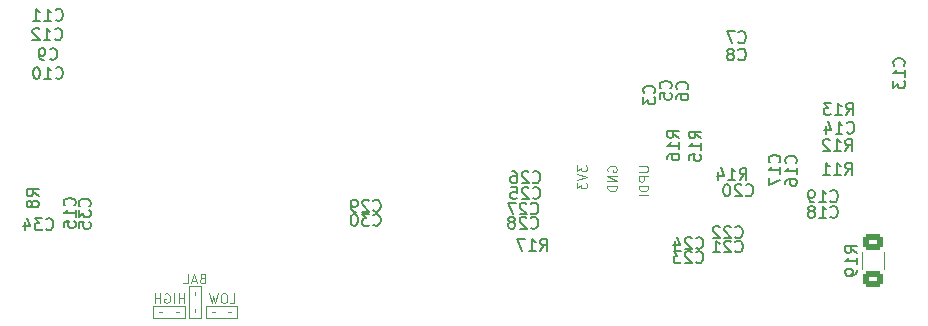
<source format=gbr>
%TF.GenerationSoftware,KiCad,Pcbnew,7.0.11+dfsg-1build4*%
%TF.CreationDate,2025-01-19T09:07:44-05:00*%
%TF.ProjectId,ThermocoupleBoard,54686572-6d6f-4636-9f75-706c65426f61,rev?*%
%TF.SameCoordinates,Original*%
%TF.FileFunction,Legend,Bot*%
%TF.FilePolarity,Positive*%
%FSLAX46Y46*%
G04 Gerber Fmt 4.6, Leading zero omitted, Abs format (unit mm)*
G04 Created by KiCad (PCBNEW 7.0.11+dfsg-1build4) date 2025-01-19 09:07:44*
%MOMM*%
%LPD*%
G01*
G04 APERTURE LIST*
G04 Aperture macros list*
%AMRoundRect*
0 Rectangle with rounded corners*
0 $1 Rounding radius*
0 $2 $3 $4 $5 $6 $7 $8 $9 X,Y pos of 4 corners*
0 Add a 4 corners polygon primitive as box body*
4,1,4,$2,$3,$4,$5,$6,$7,$8,$9,$2,$3,0*
0 Add four circle primitives for the rounded corners*
1,1,$1+$1,$2,$3*
1,1,$1+$1,$4,$5*
1,1,$1+$1,$6,$7*
1,1,$1+$1,$8,$9*
0 Add four rect primitives between the rounded corners*
20,1,$1+$1,$2,$3,$4,$5,0*
20,1,$1+$1,$4,$5,$6,$7,0*
20,1,$1+$1,$6,$7,$8,$9,0*
20,1,$1+$1,$8,$9,$2,$3,0*%
G04 Aperture macros list end*
%ADD10C,0.100000*%
%ADD11C,0.125000*%
%ADD12C,0.150000*%
%ADD13C,0.120000*%
%ADD14R,1.700000X1.700000*%
%ADD15O,1.700000X1.700000*%
%ADD16RoundRect,0.500000X0.750000X-1.000000X0.750000X1.000000X-0.750000X1.000000X-0.750000X-1.000000X0*%
%ADD17O,2.500000X3.000000*%
%ADD18C,0.600000*%
%ADD19RoundRect,0.250000X-0.625000X0.400000X-0.625000X-0.400000X0.625000X-0.400000X0.625000X0.400000X0*%
G04 APERTURE END LIST*
D10*
X94234000Y-108585000D02*
X96901000Y-108585000D01*
X96901000Y-109601000D01*
X94234000Y-109601000D01*
X94234000Y-108585000D01*
X92837000Y-106934000D02*
X93853000Y-106934000D01*
X93853000Y-109601000D01*
X92837000Y-109601000D01*
X92837000Y-106934000D01*
X93345000Y-107442000D02*
X93345000Y-107696000D01*
X96393000Y-109093000D02*
X96139000Y-109093000D01*
X93345000Y-109093000D02*
X93345000Y-108839000D01*
X89789000Y-108585000D02*
X92456000Y-108585000D01*
X92456000Y-109601000D01*
X89789000Y-109601000D01*
X89789000Y-108585000D01*
X94742000Y-109093000D02*
X94996000Y-109093000D01*
X91948000Y-109093000D02*
X91694000Y-109093000D01*
X90297000Y-109093000D02*
X90551000Y-109093000D01*
D11*
X93954523Y-106283547D02*
X93840237Y-106321642D01*
X93840237Y-106321642D02*
X93802142Y-106359738D01*
X93802142Y-106359738D02*
X93764046Y-106435928D01*
X93764046Y-106435928D02*
X93764046Y-106550214D01*
X93764046Y-106550214D02*
X93802142Y-106626404D01*
X93802142Y-106626404D02*
X93840237Y-106664500D01*
X93840237Y-106664500D02*
X93916427Y-106702595D01*
X93916427Y-106702595D02*
X94221189Y-106702595D01*
X94221189Y-106702595D02*
X94221189Y-105902595D01*
X94221189Y-105902595D02*
X93954523Y-105902595D01*
X93954523Y-105902595D02*
X93878332Y-105940690D01*
X93878332Y-105940690D02*
X93840237Y-105978785D01*
X93840237Y-105978785D02*
X93802142Y-106054976D01*
X93802142Y-106054976D02*
X93802142Y-106131166D01*
X93802142Y-106131166D02*
X93840237Y-106207357D01*
X93840237Y-106207357D02*
X93878332Y-106245452D01*
X93878332Y-106245452D02*
X93954523Y-106283547D01*
X93954523Y-106283547D02*
X94221189Y-106283547D01*
X93459285Y-106474023D02*
X93078332Y-106474023D01*
X93535475Y-106702595D02*
X93268808Y-105902595D01*
X93268808Y-105902595D02*
X93002142Y-106702595D01*
X92354523Y-106702595D02*
X92735475Y-106702595D01*
X92735475Y-106702595D02*
X92735475Y-105902595D01*
X130921595Y-96792712D02*
X131569214Y-96792712D01*
X131569214Y-96792712D02*
X131645404Y-96830807D01*
X131645404Y-96830807D02*
X131683500Y-96868902D01*
X131683500Y-96868902D02*
X131721595Y-96945093D01*
X131721595Y-96945093D02*
X131721595Y-97097474D01*
X131721595Y-97097474D02*
X131683500Y-97173664D01*
X131683500Y-97173664D02*
X131645404Y-97211759D01*
X131645404Y-97211759D02*
X131569214Y-97249855D01*
X131569214Y-97249855D02*
X130921595Y-97249855D01*
X131721595Y-97630807D02*
X130921595Y-97630807D01*
X130921595Y-97630807D02*
X130921595Y-97935569D01*
X130921595Y-97935569D02*
X130959690Y-98011759D01*
X130959690Y-98011759D02*
X130997785Y-98049854D01*
X130997785Y-98049854D02*
X131073976Y-98087950D01*
X131073976Y-98087950D02*
X131188261Y-98087950D01*
X131188261Y-98087950D02*
X131264452Y-98049854D01*
X131264452Y-98049854D02*
X131302547Y-98011759D01*
X131302547Y-98011759D02*
X131340642Y-97935569D01*
X131340642Y-97935569D02*
X131340642Y-97630807D01*
X131721595Y-98430807D02*
X130921595Y-98430807D01*
X130921595Y-98430807D02*
X130921595Y-98621283D01*
X130921595Y-98621283D02*
X130959690Y-98735569D01*
X130959690Y-98735569D02*
X131035880Y-98811759D01*
X131035880Y-98811759D02*
X131112071Y-98849854D01*
X131112071Y-98849854D02*
X131264452Y-98887950D01*
X131264452Y-98887950D02*
X131378738Y-98887950D01*
X131378738Y-98887950D02*
X131531119Y-98849854D01*
X131531119Y-98849854D02*
X131607309Y-98811759D01*
X131607309Y-98811759D02*
X131683500Y-98735569D01*
X131683500Y-98735569D02*
X131721595Y-98621283D01*
X131721595Y-98621283D02*
X131721595Y-98430807D01*
X131721595Y-99230807D02*
X130921595Y-99230807D01*
X125714595Y-96716521D02*
X125714595Y-97211759D01*
X125714595Y-97211759D02*
X126019357Y-96945093D01*
X126019357Y-96945093D02*
X126019357Y-97059378D01*
X126019357Y-97059378D02*
X126057452Y-97135569D01*
X126057452Y-97135569D02*
X126095547Y-97173664D01*
X126095547Y-97173664D02*
X126171738Y-97211759D01*
X126171738Y-97211759D02*
X126362214Y-97211759D01*
X126362214Y-97211759D02*
X126438404Y-97173664D01*
X126438404Y-97173664D02*
X126476500Y-97135569D01*
X126476500Y-97135569D02*
X126514595Y-97059378D01*
X126514595Y-97059378D02*
X126514595Y-96830807D01*
X126514595Y-96830807D02*
X126476500Y-96754616D01*
X126476500Y-96754616D02*
X126438404Y-96716521D01*
X125714595Y-97440331D02*
X126514595Y-97706998D01*
X126514595Y-97706998D02*
X125714595Y-97973664D01*
X125714595Y-98164140D02*
X125714595Y-98659378D01*
X125714595Y-98659378D02*
X126019357Y-98392712D01*
X126019357Y-98392712D02*
X126019357Y-98506997D01*
X126019357Y-98506997D02*
X126057452Y-98583188D01*
X126057452Y-98583188D02*
X126095547Y-98621283D01*
X126095547Y-98621283D02*
X126171738Y-98659378D01*
X126171738Y-98659378D02*
X126362214Y-98659378D01*
X126362214Y-98659378D02*
X126438404Y-98621283D01*
X126438404Y-98621283D02*
X126476500Y-98583188D01*
X126476500Y-98583188D02*
X126514595Y-98506997D01*
X126514595Y-98506997D02*
X126514595Y-98278426D01*
X126514595Y-98278426D02*
X126476500Y-98202235D01*
X126476500Y-98202235D02*
X126438404Y-98164140D01*
X96271807Y-108353595D02*
X96652759Y-108353595D01*
X96652759Y-108353595D02*
X96652759Y-107553595D01*
X95852759Y-107553595D02*
X95700378Y-107553595D01*
X95700378Y-107553595D02*
X95624188Y-107591690D01*
X95624188Y-107591690D02*
X95547997Y-107667880D01*
X95547997Y-107667880D02*
X95509902Y-107820261D01*
X95509902Y-107820261D02*
X95509902Y-108086928D01*
X95509902Y-108086928D02*
X95547997Y-108239309D01*
X95547997Y-108239309D02*
X95624188Y-108315500D01*
X95624188Y-108315500D02*
X95700378Y-108353595D01*
X95700378Y-108353595D02*
X95852759Y-108353595D01*
X95852759Y-108353595D02*
X95928950Y-108315500D01*
X95928950Y-108315500D02*
X96005140Y-108239309D01*
X96005140Y-108239309D02*
X96043236Y-108086928D01*
X96043236Y-108086928D02*
X96043236Y-107820261D01*
X96043236Y-107820261D02*
X96005140Y-107667880D01*
X96005140Y-107667880D02*
X95928950Y-107591690D01*
X95928950Y-107591690D02*
X95852759Y-107553595D01*
X95243236Y-107553595D02*
X95052760Y-108353595D01*
X95052760Y-108353595D02*
X94900379Y-107782166D01*
X94900379Y-107782166D02*
X94747998Y-108353595D01*
X94747998Y-108353595D02*
X94557522Y-107553595D01*
X128292690Y-97211759D02*
X128254595Y-97135569D01*
X128254595Y-97135569D02*
X128254595Y-97021283D01*
X128254595Y-97021283D02*
X128292690Y-96906997D01*
X128292690Y-96906997D02*
X128368880Y-96830807D01*
X128368880Y-96830807D02*
X128445071Y-96792712D01*
X128445071Y-96792712D02*
X128597452Y-96754616D01*
X128597452Y-96754616D02*
X128711738Y-96754616D01*
X128711738Y-96754616D02*
X128864119Y-96792712D01*
X128864119Y-96792712D02*
X128940309Y-96830807D01*
X128940309Y-96830807D02*
X129016500Y-96906997D01*
X129016500Y-96906997D02*
X129054595Y-97021283D01*
X129054595Y-97021283D02*
X129054595Y-97097474D01*
X129054595Y-97097474D02*
X129016500Y-97211759D01*
X129016500Y-97211759D02*
X128978404Y-97249855D01*
X128978404Y-97249855D02*
X128711738Y-97249855D01*
X128711738Y-97249855D02*
X128711738Y-97097474D01*
X129054595Y-97592712D02*
X128254595Y-97592712D01*
X128254595Y-97592712D02*
X129054595Y-98049855D01*
X129054595Y-98049855D02*
X128254595Y-98049855D01*
X129054595Y-98430807D02*
X128254595Y-98430807D01*
X128254595Y-98430807D02*
X128254595Y-98621283D01*
X128254595Y-98621283D02*
X128292690Y-98735569D01*
X128292690Y-98735569D02*
X128368880Y-98811759D01*
X128368880Y-98811759D02*
X128445071Y-98849854D01*
X128445071Y-98849854D02*
X128597452Y-98887950D01*
X128597452Y-98887950D02*
X128711738Y-98887950D01*
X128711738Y-98887950D02*
X128864119Y-98849854D01*
X128864119Y-98849854D02*
X128940309Y-98811759D01*
X128940309Y-98811759D02*
X129016500Y-98735569D01*
X129016500Y-98735569D02*
X129054595Y-98621283D01*
X129054595Y-98621283D02*
X129054595Y-98430807D01*
X92410901Y-108353595D02*
X92410901Y-107553595D01*
X92410901Y-107934547D02*
X91953758Y-107934547D01*
X91953758Y-108353595D02*
X91953758Y-107553595D01*
X91572806Y-108353595D02*
X91572806Y-107553595D01*
X90772807Y-107591690D02*
X90848997Y-107553595D01*
X90848997Y-107553595D02*
X90963283Y-107553595D01*
X90963283Y-107553595D02*
X91077569Y-107591690D01*
X91077569Y-107591690D02*
X91153759Y-107667880D01*
X91153759Y-107667880D02*
X91191854Y-107744071D01*
X91191854Y-107744071D02*
X91229950Y-107896452D01*
X91229950Y-107896452D02*
X91229950Y-108010738D01*
X91229950Y-108010738D02*
X91191854Y-108163119D01*
X91191854Y-108163119D02*
X91153759Y-108239309D01*
X91153759Y-108239309D02*
X91077569Y-108315500D01*
X91077569Y-108315500D02*
X90963283Y-108353595D01*
X90963283Y-108353595D02*
X90887092Y-108353595D01*
X90887092Y-108353595D02*
X90772807Y-108315500D01*
X90772807Y-108315500D02*
X90734711Y-108277404D01*
X90734711Y-108277404D02*
X90734711Y-108010738D01*
X90734711Y-108010738D02*
X90887092Y-108010738D01*
X90391854Y-108353595D02*
X90391854Y-107553595D01*
X90391854Y-107934547D02*
X89934711Y-107934547D01*
X89934711Y-108353595D02*
X89934711Y-107553595D01*
D12*
X139086857Y-103976580D02*
X139134476Y-104024200D01*
X139134476Y-104024200D02*
X139277333Y-104071819D01*
X139277333Y-104071819D02*
X139372571Y-104071819D01*
X139372571Y-104071819D02*
X139515428Y-104024200D01*
X139515428Y-104024200D02*
X139610666Y-103928961D01*
X139610666Y-103928961D02*
X139658285Y-103833723D01*
X139658285Y-103833723D02*
X139705904Y-103643247D01*
X139705904Y-103643247D02*
X139705904Y-103500390D01*
X139705904Y-103500390D02*
X139658285Y-103309914D01*
X139658285Y-103309914D02*
X139610666Y-103214676D01*
X139610666Y-103214676D02*
X139515428Y-103119438D01*
X139515428Y-103119438D02*
X139372571Y-103071819D01*
X139372571Y-103071819D02*
X139277333Y-103071819D01*
X139277333Y-103071819D02*
X139134476Y-103119438D01*
X139134476Y-103119438D02*
X139086857Y-103167057D01*
X138705904Y-103167057D02*
X138658285Y-103119438D01*
X138658285Y-103119438D02*
X138563047Y-103071819D01*
X138563047Y-103071819D02*
X138324952Y-103071819D01*
X138324952Y-103071819D02*
X138229714Y-103119438D01*
X138229714Y-103119438D02*
X138182095Y-103167057D01*
X138182095Y-103167057D02*
X138134476Y-103262295D01*
X138134476Y-103262295D02*
X138134476Y-103357533D01*
X138134476Y-103357533D02*
X138182095Y-103500390D01*
X138182095Y-103500390D02*
X138753523Y-104071819D01*
X138753523Y-104071819D02*
X138134476Y-104071819D01*
X137182095Y-104071819D02*
X137753523Y-104071819D01*
X137467809Y-104071819D02*
X137467809Y-103071819D01*
X137467809Y-103071819D02*
X137563047Y-103214676D01*
X137563047Y-103214676D02*
X137658285Y-103309914D01*
X137658285Y-103309914D02*
X137753523Y-103357533D01*
X133588580Y-90194333D02*
X133636200Y-90146714D01*
X133636200Y-90146714D02*
X133683819Y-90003857D01*
X133683819Y-90003857D02*
X133683819Y-89908619D01*
X133683819Y-89908619D02*
X133636200Y-89765762D01*
X133636200Y-89765762D02*
X133540961Y-89670524D01*
X133540961Y-89670524D02*
X133445723Y-89622905D01*
X133445723Y-89622905D02*
X133255247Y-89575286D01*
X133255247Y-89575286D02*
X133112390Y-89575286D01*
X133112390Y-89575286D02*
X132921914Y-89622905D01*
X132921914Y-89622905D02*
X132826676Y-89670524D01*
X132826676Y-89670524D02*
X132731438Y-89765762D01*
X132731438Y-89765762D02*
X132683819Y-89908619D01*
X132683819Y-89908619D02*
X132683819Y-90003857D01*
X132683819Y-90003857D02*
X132731438Y-90146714D01*
X132731438Y-90146714D02*
X132779057Y-90194333D01*
X132683819Y-91099095D02*
X132683819Y-90622905D01*
X132683819Y-90622905D02*
X133160009Y-90575286D01*
X133160009Y-90575286D02*
X133112390Y-90622905D01*
X133112390Y-90622905D02*
X133064771Y-90718143D01*
X133064771Y-90718143D02*
X133064771Y-90956238D01*
X133064771Y-90956238D02*
X133112390Y-91051476D01*
X133112390Y-91051476D02*
X133160009Y-91099095D01*
X133160009Y-91099095D02*
X133255247Y-91146714D01*
X133255247Y-91146714D02*
X133493342Y-91146714D01*
X133493342Y-91146714D02*
X133588580Y-91099095D01*
X133588580Y-91099095D02*
X133636200Y-91051476D01*
X133636200Y-91051476D02*
X133683819Y-90956238D01*
X133683819Y-90956238D02*
X133683819Y-90718143D01*
X133683819Y-90718143D02*
X133636200Y-90622905D01*
X133636200Y-90622905D02*
X133588580Y-90575286D01*
X81479857Y-86004580D02*
X81527476Y-86052200D01*
X81527476Y-86052200D02*
X81670333Y-86099819D01*
X81670333Y-86099819D02*
X81765571Y-86099819D01*
X81765571Y-86099819D02*
X81908428Y-86052200D01*
X81908428Y-86052200D02*
X82003666Y-85956961D01*
X82003666Y-85956961D02*
X82051285Y-85861723D01*
X82051285Y-85861723D02*
X82098904Y-85671247D01*
X82098904Y-85671247D02*
X82098904Y-85528390D01*
X82098904Y-85528390D02*
X82051285Y-85337914D01*
X82051285Y-85337914D02*
X82003666Y-85242676D01*
X82003666Y-85242676D02*
X81908428Y-85147438D01*
X81908428Y-85147438D02*
X81765571Y-85099819D01*
X81765571Y-85099819D02*
X81670333Y-85099819D01*
X81670333Y-85099819D02*
X81527476Y-85147438D01*
X81527476Y-85147438D02*
X81479857Y-85195057D01*
X80527476Y-86099819D02*
X81098904Y-86099819D01*
X80813190Y-86099819D02*
X80813190Y-85099819D01*
X80813190Y-85099819D02*
X80908428Y-85242676D01*
X80908428Y-85242676D02*
X81003666Y-85337914D01*
X81003666Y-85337914D02*
X81098904Y-85385533D01*
X80146523Y-85195057D02*
X80098904Y-85147438D01*
X80098904Y-85147438D02*
X80003666Y-85099819D01*
X80003666Y-85099819D02*
X79765571Y-85099819D01*
X79765571Y-85099819D02*
X79670333Y-85147438D01*
X79670333Y-85147438D02*
X79622714Y-85195057D01*
X79622714Y-85195057D02*
X79575095Y-85290295D01*
X79575095Y-85290295D02*
X79575095Y-85385533D01*
X79575095Y-85385533D02*
X79622714Y-85528390D01*
X79622714Y-85528390D02*
X80194142Y-86099819D01*
X80194142Y-86099819D02*
X79575095Y-86099819D01*
X108428857Y-100519580D02*
X108476476Y-100567200D01*
X108476476Y-100567200D02*
X108619333Y-100614819D01*
X108619333Y-100614819D02*
X108714571Y-100614819D01*
X108714571Y-100614819D02*
X108857428Y-100567200D01*
X108857428Y-100567200D02*
X108952666Y-100471961D01*
X108952666Y-100471961D02*
X109000285Y-100376723D01*
X109000285Y-100376723D02*
X109047904Y-100186247D01*
X109047904Y-100186247D02*
X109047904Y-100043390D01*
X109047904Y-100043390D02*
X109000285Y-99852914D01*
X109000285Y-99852914D02*
X108952666Y-99757676D01*
X108952666Y-99757676D02*
X108857428Y-99662438D01*
X108857428Y-99662438D02*
X108714571Y-99614819D01*
X108714571Y-99614819D02*
X108619333Y-99614819D01*
X108619333Y-99614819D02*
X108476476Y-99662438D01*
X108476476Y-99662438D02*
X108428857Y-99710057D01*
X108047904Y-99710057D02*
X108000285Y-99662438D01*
X108000285Y-99662438D02*
X107905047Y-99614819D01*
X107905047Y-99614819D02*
X107666952Y-99614819D01*
X107666952Y-99614819D02*
X107571714Y-99662438D01*
X107571714Y-99662438D02*
X107524095Y-99710057D01*
X107524095Y-99710057D02*
X107476476Y-99805295D01*
X107476476Y-99805295D02*
X107476476Y-99900533D01*
X107476476Y-99900533D02*
X107524095Y-100043390D01*
X107524095Y-100043390D02*
X108095523Y-100614819D01*
X108095523Y-100614819D02*
X107476476Y-100614819D01*
X107000285Y-100614819D02*
X106809809Y-100614819D01*
X106809809Y-100614819D02*
X106714571Y-100567200D01*
X106714571Y-100567200D02*
X106666952Y-100519580D01*
X106666952Y-100519580D02*
X106571714Y-100376723D01*
X106571714Y-100376723D02*
X106524095Y-100186247D01*
X106524095Y-100186247D02*
X106524095Y-99805295D01*
X106524095Y-99805295D02*
X106571714Y-99710057D01*
X106571714Y-99710057D02*
X106619333Y-99662438D01*
X106619333Y-99662438D02*
X106714571Y-99614819D01*
X106714571Y-99614819D02*
X106905047Y-99614819D01*
X106905047Y-99614819D02*
X107000285Y-99662438D01*
X107000285Y-99662438D02*
X107047904Y-99710057D01*
X107047904Y-99710057D02*
X107095523Y-99805295D01*
X107095523Y-99805295D02*
X107095523Y-100043390D01*
X107095523Y-100043390D02*
X107047904Y-100138628D01*
X107047904Y-100138628D02*
X107000285Y-100186247D01*
X107000285Y-100186247D02*
X106905047Y-100233866D01*
X106905047Y-100233866D02*
X106714571Y-100233866D01*
X106714571Y-100233866D02*
X106619333Y-100186247D01*
X106619333Y-100186247D02*
X106571714Y-100138628D01*
X106571714Y-100138628D02*
X106524095Y-100043390D01*
X139347666Y-87723580D02*
X139395285Y-87771200D01*
X139395285Y-87771200D02*
X139538142Y-87818819D01*
X139538142Y-87818819D02*
X139633380Y-87818819D01*
X139633380Y-87818819D02*
X139776237Y-87771200D01*
X139776237Y-87771200D02*
X139871475Y-87675961D01*
X139871475Y-87675961D02*
X139919094Y-87580723D01*
X139919094Y-87580723D02*
X139966713Y-87390247D01*
X139966713Y-87390247D02*
X139966713Y-87247390D01*
X139966713Y-87247390D02*
X139919094Y-87056914D01*
X139919094Y-87056914D02*
X139871475Y-86961676D01*
X139871475Y-86961676D02*
X139776237Y-86866438D01*
X139776237Y-86866438D02*
X139633380Y-86818819D01*
X139633380Y-86818819D02*
X139538142Y-86818819D01*
X139538142Y-86818819D02*
X139395285Y-86866438D01*
X139395285Y-86866438D02*
X139347666Y-86914057D01*
X138776237Y-87247390D02*
X138871475Y-87199771D01*
X138871475Y-87199771D02*
X138919094Y-87152152D01*
X138919094Y-87152152D02*
X138966713Y-87056914D01*
X138966713Y-87056914D02*
X138966713Y-87009295D01*
X138966713Y-87009295D02*
X138919094Y-86914057D01*
X138919094Y-86914057D02*
X138871475Y-86866438D01*
X138871475Y-86866438D02*
X138776237Y-86818819D01*
X138776237Y-86818819D02*
X138585761Y-86818819D01*
X138585761Y-86818819D02*
X138490523Y-86866438D01*
X138490523Y-86866438D02*
X138442904Y-86914057D01*
X138442904Y-86914057D02*
X138395285Y-87009295D01*
X138395285Y-87009295D02*
X138395285Y-87056914D01*
X138395285Y-87056914D02*
X138442904Y-87152152D01*
X138442904Y-87152152D02*
X138490523Y-87199771D01*
X138490523Y-87199771D02*
X138585761Y-87247390D01*
X138585761Y-87247390D02*
X138776237Y-87247390D01*
X138776237Y-87247390D02*
X138871475Y-87295009D01*
X138871475Y-87295009D02*
X138919094Y-87342628D01*
X138919094Y-87342628D02*
X138966713Y-87437866D01*
X138966713Y-87437866D02*
X138966713Y-87628342D01*
X138966713Y-87628342D02*
X138919094Y-87723580D01*
X138919094Y-87723580D02*
X138871475Y-87771200D01*
X138871475Y-87771200D02*
X138776237Y-87818819D01*
X138776237Y-87818819D02*
X138585761Y-87818819D01*
X138585761Y-87818819D02*
X138490523Y-87771200D01*
X138490523Y-87771200D02*
X138442904Y-87723580D01*
X138442904Y-87723580D02*
X138395285Y-87628342D01*
X138395285Y-87628342D02*
X138395285Y-87437866D01*
X138395285Y-87437866D02*
X138442904Y-87342628D01*
X138442904Y-87342628D02*
X138490523Y-87295009D01*
X138490523Y-87295009D02*
X138585761Y-87247390D01*
X148390857Y-95483819D02*
X148724190Y-95007628D01*
X148962285Y-95483819D02*
X148962285Y-94483819D01*
X148962285Y-94483819D02*
X148581333Y-94483819D01*
X148581333Y-94483819D02*
X148486095Y-94531438D01*
X148486095Y-94531438D02*
X148438476Y-94579057D01*
X148438476Y-94579057D02*
X148390857Y-94674295D01*
X148390857Y-94674295D02*
X148390857Y-94817152D01*
X148390857Y-94817152D02*
X148438476Y-94912390D01*
X148438476Y-94912390D02*
X148486095Y-94960009D01*
X148486095Y-94960009D02*
X148581333Y-95007628D01*
X148581333Y-95007628D02*
X148962285Y-95007628D01*
X147438476Y-95483819D02*
X148009904Y-95483819D01*
X147724190Y-95483819D02*
X147724190Y-94483819D01*
X147724190Y-94483819D02*
X147819428Y-94626676D01*
X147819428Y-94626676D02*
X147914666Y-94721914D01*
X147914666Y-94721914D02*
X148009904Y-94769533D01*
X147057523Y-94579057D02*
X147009904Y-94531438D01*
X147009904Y-94531438D02*
X146914666Y-94483819D01*
X146914666Y-94483819D02*
X146676571Y-94483819D01*
X146676571Y-94483819D02*
X146581333Y-94531438D01*
X146581333Y-94531438D02*
X146533714Y-94579057D01*
X146533714Y-94579057D02*
X146486095Y-94674295D01*
X146486095Y-94674295D02*
X146486095Y-94769533D01*
X146486095Y-94769533D02*
X146533714Y-94912390D01*
X146533714Y-94912390D02*
X147105142Y-95483819D01*
X147105142Y-95483819D02*
X146486095Y-95483819D01*
X147138857Y-99729580D02*
X147186476Y-99777200D01*
X147186476Y-99777200D02*
X147329333Y-99824819D01*
X147329333Y-99824819D02*
X147424571Y-99824819D01*
X147424571Y-99824819D02*
X147567428Y-99777200D01*
X147567428Y-99777200D02*
X147662666Y-99681961D01*
X147662666Y-99681961D02*
X147710285Y-99586723D01*
X147710285Y-99586723D02*
X147757904Y-99396247D01*
X147757904Y-99396247D02*
X147757904Y-99253390D01*
X147757904Y-99253390D02*
X147710285Y-99062914D01*
X147710285Y-99062914D02*
X147662666Y-98967676D01*
X147662666Y-98967676D02*
X147567428Y-98872438D01*
X147567428Y-98872438D02*
X147424571Y-98824819D01*
X147424571Y-98824819D02*
X147329333Y-98824819D01*
X147329333Y-98824819D02*
X147186476Y-98872438D01*
X147186476Y-98872438D02*
X147138857Y-98920057D01*
X146186476Y-99824819D02*
X146757904Y-99824819D01*
X146472190Y-99824819D02*
X146472190Y-98824819D01*
X146472190Y-98824819D02*
X146567428Y-98967676D01*
X146567428Y-98967676D02*
X146662666Y-99062914D01*
X146662666Y-99062914D02*
X146757904Y-99110533D01*
X145710285Y-99824819D02*
X145519809Y-99824819D01*
X145519809Y-99824819D02*
X145424571Y-99777200D01*
X145424571Y-99777200D02*
X145376952Y-99729580D01*
X145376952Y-99729580D02*
X145281714Y-99586723D01*
X145281714Y-99586723D02*
X145234095Y-99396247D01*
X145234095Y-99396247D02*
X145234095Y-99015295D01*
X145234095Y-99015295D02*
X145281714Y-98920057D01*
X145281714Y-98920057D02*
X145329333Y-98872438D01*
X145329333Y-98872438D02*
X145424571Y-98824819D01*
X145424571Y-98824819D02*
X145615047Y-98824819D01*
X145615047Y-98824819D02*
X145710285Y-98872438D01*
X145710285Y-98872438D02*
X145757904Y-98920057D01*
X145757904Y-98920057D02*
X145805523Y-99015295D01*
X145805523Y-99015295D02*
X145805523Y-99253390D01*
X145805523Y-99253390D02*
X145757904Y-99348628D01*
X145757904Y-99348628D02*
X145710285Y-99396247D01*
X145710285Y-99396247D02*
X145615047Y-99443866D01*
X145615047Y-99443866D02*
X145424571Y-99443866D01*
X145424571Y-99443866D02*
X145329333Y-99396247D01*
X145329333Y-99396247D02*
X145281714Y-99348628D01*
X145281714Y-99348628D02*
X145234095Y-99253390D01*
X81530857Y-89284580D02*
X81578476Y-89332200D01*
X81578476Y-89332200D02*
X81721333Y-89379819D01*
X81721333Y-89379819D02*
X81816571Y-89379819D01*
X81816571Y-89379819D02*
X81959428Y-89332200D01*
X81959428Y-89332200D02*
X82054666Y-89236961D01*
X82054666Y-89236961D02*
X82102285Y-89141723D01*
X82102285Y-89141723D02*
X82149904Y-88951247D01*
X82149904Y-88951247D02*
X82149904Y-88808390D01*
X82149904Y-88808390D02*
X82102285Y-88617914D01*
X82102285Y-88617914D02*
X82054666Y-88522676D01*
X82054666Y-88522676D02*
X81959428Y-88427438D01*
X81959428Y-88427438D02*
X81816571Y-88379819D01*
X81816571Y-88379819D02*
X81721333Y-88379819D01*
X81721333Y-88379819D02*
X81578476Y-88427438D01*
X81578476Y-88427438D02*
X81530857Y-88475057D01*
X80578476Y-89379819D02*
X81149904Y-89379819D01*
X80864190Y-89379819D02*
X80864190Y-88379819D01*
X80864190Y-88379819D02*
X80959428Y-88522676D01*
X80959428Y-88522676D02*
X81054666Y-88617914D01*
X81054666Y-88617914D02*
X81149904Y-88665533D01*
X79959428Y-88379819D02*
X79864190Y-88379819D01*
X79864190Y-88379819D02*
X79768952Y-88427438D01*
X79768952Y-88427438D02*
X79721333Y-88475057D01*
X79721333Y-88475057D02*
X79673714Y-88570295D01*
X79673714Y-88570295D02*
X79626095Y-88760771D01*
X79626095Y-88760771D02*
X79626095Y-88998866D01*
X79626095Y-88998866D02*
X79673714Y-89189342D01*
X79673714Y-89189342D02*
X79721333Y-89284580D01*
X79721333Y-89284580D02*
X79768952Y-89332200D01*
X79768952Y-89332200D02*
X79864190Y-89379819D01*
X79864190Y-89379819D02*
X79959428Y-89379819D01*
X79959428Y-89379819D02*
X80054666Y-89332200D01*
X80054666Y-89332200D02*
X80102285Y-89284580D01*
X80102285Y-89284580D02*
X80149904Y-89189342D01*
X80149904Y-89189342D02*
X80197523Y-88998866D01*
X80197523Y-88998866D02*
X80197523Y-88760771D01*
X80197523Y-88760771D02*
X80149904Y-88570295D01*
X80149904Y-88570295D02*
X80102285Y-88475057D01*
X80102285Y-88475057D02*
X80054666Y-88427438D01*
X80054666Y-88427438D02*
X79959428Y-88379819D01*
X121763857Y-100770580D02*
X121811476Y-100818200D01*
X121811476Y-100818200D02*
X121954333Y-100865819D01*
X121954333Y-100865819D02*
X122049571Y-100865819D01*
X122049571Y-100865819D02*
X122192428Y-100818200D01*
X122192428Y-100818200D02*
X122287666Y-100722961D01*
X122287666Y-100722961D02*
X122335285Y-100627723D01*
X122335285Y-100627723D02*
X122382904Y-100437247D01*
X122382904Y-100437247D02*
X122382904Y-100294390D01*
X122382904Y-100294390D02*
X122335285Y-100103914D01*
X122335285Y-100103914D02*
X122287666Y-100008676D01*
X122287666Y-100008676D02*
X122192428Y-99913438D01*
X122192428Y-99913438D02*
X122049571Y-99865819D01*
X122049571Y-99865819D02*
X121954333Y-99865819D01*
X121954333Y-99865819D02*
X121811476Y-99913438D01*
X121811476Y-99913438D02*
X121763857Y-99961057D01*
X121382904Y-99961057D02*
X121335285Y-99913438D01*
X121335285Y-99913438D02*
X121240047Y-99865819D01*
X121240047Y-99865819D02*
X121001952Y-99865819D01*
X121001952Y-99865819D02*
X120906714Y-99913438D01*
X120906714Y-99913438D02*
X120859095Y-99961057D01*
X120859095Y-99961057D02*
X120811476Y-100056295D01*
X120811476Y-100056295D02*
X120811476Y-100151533D01*
X120811476Y-100151533D02*
X120859095Y-100294390D01*
X120859095Y-100294390D02*
X121430523Y-100865819D01*
X121430523Y-100865819D02*
X120811476Y-100865819D01*
X120478142Y-99865819D02*
X119811476Y-99865819D01*
X119811476Y-99865819D02*
X120240047Y-100865819D01*
X148535857Y-93915580D02*
X148583476Y-93963200D01*
X148583476Y-93963200D02*
X148726333Y-94010819D01*
X148726333Y-94010819D02*
X148821571Y-94010819D01*
X148821571Y-94010819D02*
X148964428Y-93963200D01*
X148964428Y-93963200D02*
X149059666Y-93867961D01*
X149059666Y-93867961D02*
X149107285Y-93772723D01*
X149107285Y-93772723D02*
X149154904Y-93582247D01*
X149154904Y-93582247D02*
X149154904Y-93439390D01*
X149154904Y-93439390D02*
X149107285Y-93248914D01*
X149107285Y-93248914D02*
X149059666Y-93153676D01*
X149059666Y-93153676D02*
X148964428Y-93058438D01*
X148964428Y-93058438D02*
X148821571Y-93010819D01*
X148821571Y-93010819D02*
X148726333Y-93010819D01*
X148726333Y-93010819D02*
X148583476Y-93058438D01*
X148583476Y-93058438D02*
X148535857Y-93106057D01*
X147583476Y-94010819D02*
X148154904Y-94010819D01*
X147869190Y-94010819D02*
X147869190Y-93010819D01*
X147869190Y-93010819D02*
X147964428Y-93153676D01*
X147964428Y-93153676D02*
X148059666Y-93248914D01*
X148059666Y-93248914D02*
X148154904Y-93296533D01*
X146726333Y-93344152D02*
X146726333Y-94010819D01*
X146964428Y-92963200D02*
X147202523Y-93677485D01*
X147202523Y-93677485D02*
X146583476Y-93677485D01*
X134320819Y-94383142D02*
X133844628Y-94049809D01*
X134320819Y-93811714D02*
X133320819Y-93811714D01*
X133320819Y-93811714D02*
X133320819Y-94192666D01*
X133320819Y-94192666D02*
X133368438Y-94287904D01*
X133368438Y-94287904D02*
X133416057Y-94335523D01*
X133416057Y-94335523D02*
X133511295Y-94383142D01*
X133511295Y-94383142D02*
X133654152Y-94383142D01*
X133654152Y-94383142D02*
X133749390Y-94335523D01*
X133749390Y-94335523D02*
X133797009Y-94287904D01*
X133797009Y-94287904D02*
X133844628Y-94192666D01*
X133844628Y-94192666D02*
X133844628Y-93811714D01*
X134320819Y-95335523D02*
X134320819Y-94764095D01*
X134320819Y-95049809D02*
X133320819Y-95049809D01*
X133320819Y-95049809D02*
X133463676Y-94954571D01*
X133463676Y-94954571D02*
X133558914Y-94859333D01*
X133558914Y-94859333D02*
X133606533Y-94764095D01*
X133320819Y-96192666D02*
X133320819Y-96002190D01*
X133320819Y-96002190D02*
X133368438Y-95906952D01*
X133368438Y-95906952D02*
X133416057Y-95859333D01*
X133416057Y-95859333D02*
X133558914Y-95764095D01*
X133558914Y-95764095D02*
X133749390Y-95716476D01*
X133749390Y-95716476D02*
X134130342Y-95716476D01*
X134130342Y-95716476D02*
X134225580Y-95764095D01*
X134225580Y-95764095D02*
X134273200Y-95811714D01*
X134273200Y-95811714D02*
X134320819Y-95906952D01*
X134320819Y-95906952D02*
X134320819Y-96097428D01*
X134320819Y-96097428D02*
X134273200Y-96192666D01*
X134273200Y-96192666D02*
X134225580Y-96240285D01*
X134225580Y-96240285D02*
X134130342Y-96287904D01*
X134130342Y-96287904D02*
X133892247Y-96287904D01*
X133892247Y-96287904D02*
X133797009Y-96240285D01*
X133797009Y-96240285D02*
X133749390Y-96192666D01*
X133749390Y-96192666D02*
X133701771Y-96097428D01*
X133701771Y-96097428D02*
X133701771Y-95906952D01*
X133701771Y-95906952D02*
X133749390Y-95811714D01*
X133749390Y-95811714D02*
X133797009Y-95764095D01*
X133797009Y-95764095D02*
X133892247Y-95716476D01*
X81054666Y-87695580D02*
X81102285Y-87743200D01*
X81102285Y-87743200D02*
X81245142Y-87790819D01*
X81245142Y-87790819D02*
X81340380Y-87790819D01*
X81340380Y-87790819D02*
X81483237Y-87743200D01*
X81483237Y-87743200D02*
X81578475Y-87647961D01*
X81578475Y-87647961D02*
X81626094Y-87552723D01*
X81626094Y-87552723D02*
X81673713Y-87362247D01*
X81673713Y-87362247D02*
X81673713Y-87219390D01*
X81673713Y-87219390D02*
X81626094Y-87028914D01*
X81626094Y-87028914D02*
X81578475Y-86933676D01*
X81578475Y-86933676D02*
X81483237Y-86838438D01*
X81483237Y-86838438D02*
X81340380Y-86790819D01*
X81340380Y-86790819D02*
X81245142Y-86790819D01*
X81245142Y-86790819D02*
X81102285Y-86838438D01*
X81102285Y-86838438D02*
X81054666Y-86886057D01*
X80578475Y-87790819D02*
X80387999Y-87790819D01*
X80387999Y-87790819D02*
X80292761Y-87743200D01*
X80292761Y-87743200D02*
X80245142Y-87695580D01*
X80245142Y-87695580D02*
X80149904Y-87552723D01*
X80149904Y-87552723D02*
X80102285Y-87362247D01*
X80102285Y-87362247D02*
X80102285Y-86981295D01*
X80102285Y-86981295D02*
X80149904Y-86886057D01*
X80149904Y-86886057D02*
X80197523Y-86838438D01*
X80197523Y-86838438D02*
X80292761Y-86790819D01*
X80292761Y-86790819D02*
X80483237Y-86790819D01*
X80483237Y-86790819D02*
X80578475Y-86838438D01*
X80578475Y-86838438D02*
X80626094Y-86886057D01*
X80626094Y-86886057D02*
X80673713Y-86981295D01*
X80673713Y-86981295D02*
X80673713Y-87219390D01*
X80673713Y-87219390D02*
X80626094Y-87314628D01*
X80626094Y-87314628D02*
X80578475Y-87362247D01*
X80578475Y-87362247D02*
X80483237Y-87409866D01*
X80483237Y-87409866D02*
X80292761Y-87409866D01*
X80292761Y-87409866D02*
X80197523Y-87362247D01*
X80197523Y-87362247D02*
X80149904Y-87314628D01*
X80149904Y-87314628D02*
X80102285Y-87219390D01*
X84393580Y-100160142D02*
X84441200Y-100112523D01*
X84441200Y-100112523D02*
X84488819Y-99969666D01*
X84488819Y-99969666D02*
X84488819Y-99874428D01*
X84488819Y-99874428D02*
X84441200Y-99731571D01*
X84441200Y-99731571D02*
X84345961Y-99636333D01*
X84345961Y-99636333D02*
X84250723Y-99588714D01*
X84250723Y-99588714D02*
X84060247Y-99541095D01*
X84060247Y-99541095D02*
X83917390Y-99541095D01*
X83917390Y-99541095D02*
X83726914Y-99588714D01*
X83726914Y-99588714D02*
X83631676Y-99636333D01*
X83631676Y-99636333D02*
X83536438Y-99731571D01*
X83536438Y-99731571D02*
X83488819Y-99874428D01*
X83488819Y-99874428D02*
X83488819Y-99969666D01*
X83488819Y-99969666D02*
X83536438Y-100112523D01*
X83536438Y-100112523D02*
X83584057Y-100160142D01*
X83488819Y-100493476D02*
X83488819Y-101112523D01*
X83488819Y-101112523D02*
X83869771Y-100779190D01*
X83869771Y-100779190D02*
X83869771Y-100922047D01*
X83869771Y-100922047D02*
X83917390Y-101017285D01*
X83917390Y-101017285D02*
X83965009Y-101064904D01*
X83965009Y-101064904D02*
X84060247Y-101112523D01*
X84060247Y-101112523D02*
X84298342Y-101112523D01*
X84298342Y-101112523D02*
X84393580Y-101064904D01*
X84393580Y-101064904D02*
X84441200Y-101017285D01*
X84441200Y-101017285D02*
X84488819Y-100922047D01*
X84488819Y-100922047D02*
X84488819Y-100636333D01*
X84488819Y-100636333D02*
X84441200Y-100541095D01*
X84441200Y-100541095D02*
X84393580Y-100493476D01*
X83488819Y-102017285D02*
X83488819Y-101541095D01*
X83488819Y-101541095D02*
X83965009Y-101493476D01*
X83965009Y-101493476D02*
X83917390Y-101541095D01*
X83917390Y-101541095D02*
X83869771Y-101636333D01*
X83869771Y-101636333D02*
X83869771Y-101874428D01*
X83869771Y-101874428D02*
X83917390Y-101969666D01*
X83917390Y-101969666D02*
X83965009Y-102017285D01*
X83965009Y-102017285D02*
X84060247Y-102064904D01*
X84060247Y-102064904D02*
X84298342Y-102064904D01*
X84298342Y-102064904D02*
X84393580Y-102017285D01*
X84393580Y-102017285D02*
X84441200Y-101969666D01*
X84441200Y-101969666D02*
X84488819Y-101874428D01*
X84488819Y-101874428D02*
X84488819Y-101636333D01*
X84488819Y-101636333D02*
X84441200Y-101541095D01*
X84441200Y-101541095D02*
X84393580Y-101493476D01*
X80097819Y-99314333D02*
X79621628Y-98981000D01*
X80097819Y-98742905D02*
X79097819Y-98742905D01*
X79097819Y-98742905D02*
X79097819Y-99123857D01*
X79097819Y-99123857D02*
X79145438Y-99219095D01*
X79145438Y-99219095D02*
X79193057Y-99266714D01*
X79193057Y-99266714D02*
X79288295Y-99314333D01*
X79288295Y-99314333D02*
X79431152Y-99314333D01*
X79431152Y-99314333D02*
X79526390Y-99266714D01*
X79526390Y-99266714D02*
X79574009Y-99219095D01*
X79574009Y-99219095D02*
X79621628Y-99123857D01*
X79621628Y-99123857D02*
X79621628Y-98742905D01*
X79526390Y-99885762D02*
X79478771Y-99790524D01*
X79478771Y-99790524D02*
X79431152Y-99742905D01*
X79431152Y-99742905D02*
X79335914Y-99695286D01*
X79335914Y-99695286D02*
X79288295Y-99695286D01*
X79288295Y-99695286D02*
X79193057Y-99742905D01*
X79193057Y-99742905D02*
X79145438Y-99790524D01*
X79145438Y-99790524D02*
X79097819Y-99885762D01*
X79097819Y-99885762D02*
X79097819Y-100076238D01*
X79097819Y-100076238D02*
X79145438Y-100171476D01*
X79145438Y-100171476D02*
X79193057Y-100219095D01*
X79193057Y-100219095D02*
X79288295Y-100266714D01*
X79288295Y-100266714D02*
X79335914Y-100266714D01*
X79335914Y-100266714D02*
X79431152Y-100219095D01*
X79431152Y-100219095D02*
X79478771Y-100171476D01*
X79478771Y-100171476D02*
X79526390Y-100076238D01*
X79526390Y-100076238D02*
X79526390Y-99885762D01*
X79526390Y-99885762D02*
X79574009Y-99790524D01*
X79574009Y-99790524D02*
X79621628Y-99742905D01*
X79621628Y-99742905D02*
X79716866Y-99695286D01*
X79716866Y-99695286D02*
X79907342Y-99695286D01*
X79907342Y-99695286D02*
X80002580Y-99742905D01*
X80002580Y-99742905D02*
X80050200Y-99790524D01*
X80050200Y-99790524D02*
X80097819Y-99885762D01*
X80097819Y-99885762D02*
X80097819Y-100076238D01*
X80097819Y-100076238D02*
X80050200Y-100171476D01*
X80050200Y-100171476D02*
X80002580Y-100219095D01*
X80002580Y-100219095D02*
X79907342Y-100266714D01*
X79907342Y-100266714D02*
X79716866Y-100266714D01*
X79716866Y-100266714D02*
X79621628Y-100219095D01*
X79621628Y-100219095D02*
X79574009Y-100171476D01*
X79574009Y-100171476D02*
X79526390Y-100076238D01*
X83123580Y-100092142D02*
X83171200Y-100044523D01*
X83171200Y-100044523D02*
X83218819Y-99901666D01*
X83218819Y-99901666D02*
X83218819Y-99806428D01*
X83218819Y-99806428D02*
X83171200Y-99663571D01*
X83171200Y-99663571D02*
X83075961Y-99568333D01*
X83075961Y-99568333D02*
X82980723Y-99520714D01*
X82980723Y-99520714D02*
X82790247Y-99473095D01*
X82790247Y-99473095D02*
X82647390Y-99473095D01*
X82647390Y-99473095D02*
X82456914Y-99520714D01*
X82456914Y-99520714D02*
X82361676Y-99568333D01*
X82361676Y-99568333D02*
X82266438Y-99663571D01*
X82266438Y-99663571D02*
X82218819Y-99806428D01*
X82218819Y-99806428D02*
X82218819Y-99901666D01*
X82218819Y-99901666D02*
X82266438Y-100044523D01*
X82266438Y-100044523D02*
X82314057Y-100092142D01*
X83218819Y-101044523D02*
X83218819Y-100473095D01*
X83218819Y-100758809D02*
X82218819Y-100758809D01*
X82218819Y-100758809D02*
X82361676Y-100663571D01*
X82361676Y-100663571D02*
X82456914Y-100568333D01*
X82456914Y-100568333D02*
X82504533Y-100473095D01*
X82218819Y-101949285D02*
X82218819Y-101473095D01*
X82218819Y-101473095D02*
X82695009Y-101425476D01*
X82695009Y-101425476D02*
X82647390Y-101473095D01*
X82647390Y-101473095D02*
X82599771Y-101568333D01*
X82599771Y-101568333D02*
X82599771Y-101806428D01*
X82599771Y-101806428D02*
X82647390Y-101901666D01*
X82647390Y-101901666D02*
X82695009Y-101949285D01*
X82695009Y-101949285D02*
X82790247Y-101996904D01*
X82790247Y-101996904D02*
X83028342Y-101996904D01*
X83028342Y-101996904D02*
X83123580Y-101949285D01*
X83123580Y-101949285D02*
X83171200Y-101901666D01*
X83171200Y-101901666D02*
X83218819Y-101806428D01*
X83218819Y-101806428D02*
X83218819Y-101568333D01*
X83218819Y-101568333D02*
X83171200Y-101473095D01*
X83171200Y-101473095D02*
X83123580Y-101425476D01*
X148463857Y-92428819D02*
X148797190Y-91952628D01*
X149035285Y-92428819D02*
X149035285Y-91428819D01*
X149035285Y-91428819D02*
X148654333Y-91428819D01*
X148654333Y-91428819D02*
X148559095Y-91476438D01*
X148559095Y-91476438D02*
X148511476Y-91524057D01*
X148511476Y-91524057D02*
X148463857Y-91619295D01*
X148463857Y-91619295D02*
X148463857Y-91762152D01*
X148463857Y-91762152D02*
X148511476Y-91857390D01*
X148511476Y-91857390D02*
X148559095Y-91905009D01*
X148559095Y-91905009D02*
X148654333Y-91952628D01*
X148654333Y-91952628D02*
X149035285Y-91952628D01*
X147511476Y-92428819D02*
X148082904Y-92428819D01*
X147797190Y-92428819D02*
X147797190Y-91428819D01*
X147797190Y-91428819D02*
X147892428Y-91571676D01*
X147892428Y-91571676D02*
X147987666Y-91666914D01*
X147987666Y-91666914D02*
X148082904Y-91714533D01*
X147178142Y-91428819D02*
X146559095Y-91428819D01*
X146559095Y-91428819D02*
X146892428Y-91809771D01*
X146892428Y-91809771D02*
X146749571Y-91809771D01*
X146749571Y-91809771D02*
X146654333Y-91857390D01*
X146654333Y-91857390D02*
X146606714Y-91905009D01*
X146606714Y-91905009D02*
X146559095Y-92000247D01*
X146559095Y-92000247D02*
X146559095Y-92238342D01*
X146559095Y-92238342D02*
X146606714Y-92333580D01*
X146606714Y-92333580D02*
X146654333Y-92381200D01*
X146654333Y-92381200D02*
X146749571Y-92428819D01*
X146749571Y-92428819D02*
X147035285Y-92428819D01*
X147035285Y-92428819D02*
X147130523Y-92381200D01*
X147130523Y-92381200D02*
X147178142Y-92333580D01*
X144205580Y-96517142D02*
X144253200Y-96469523D01*
X144253200Y-96469523D02*
X144300819Y-96326666D01*
X144300819Y-96326666D02*
X144300819Y-96231428D01*
X144300819Y-96231428D02*
X144253200Y-96088571D01*
X144253200Y-96088571D02*
X144157961Y-95993333D01*
X144157961Y-95993333D02*
X144062723Y-95945714D01*
X144062723Y-95945714D02*
X143872247Y-95898095D01*
X143872247Y-95898095D02*
X143729390Y-95898095D01*
X143729390Y-95898095D02*
X143538914Y-95945714D01*
X143538914Y-95945714D02*
X143443676Y-95993333D01*
X143443676Y-95993333D02*
X143348438Y-96088571D01*
X143348438Y-96088571D02*
X143300819Y-96231428D01*
X143300819Y-96231428D02*
X143300819Y-96326666D01*
X143300819Y-96326666D02*
X143348438Y-96469523D01*
X143348438Y-96469523D02*
X143396057Y-96517142D01*
X144300819Y-97469523D02*
X144300819Y-96898095D01*
X144300819Y-97183809D02*
X143300819Y-97183809D01*
X143300819Y-97183809D02*
X143443676Y-97088571D01*
X143443676Y-97088571D02*
X143538914Y-96993333D01*
X143538914Y-96993333D02*
X143586533Y-96898095D01*
X143300819Y-98326666D02*
X143300819Y-98136190D01*
X143300819Y-98136190D02*
X143348438Y-98040952D01*
X143348438Y-98040952D02*
X143396057Y-97993333D01*
X143396057Y-97993333D02*
X143538914Y-97898095D01*
X143538914Y-97898095D02*
X143729390Y-97850476D01*
X143729390Y-97850476D02*
X144110342Y-97850476D01*
X144110342Y-97850476D02*
X144205580Y-97898095D01*
X144205580Y-97898095D02*
X144253200Y-97945714D01*
X144253200Y-97945714D02*
X144300819Y-98040952D01*
X144300819Y-98040952D02*
X144300819Y-98231428D01*
X144300819Y-98231428D02*
X144253200Y-98326666D01*
X144253200Y-98326666D02*
X144205580Y-98374285D01*
X144205580Y-98374285D02*
X144110342Y-98421904D01*
X144110342Y-98421904D02*
X143872247Y-98421904D01*
X143872247Y-98421904D02*
X143777009Y-98374285D01*
X143777009Y-98374285D02*
X143729390Y-98326666D01*
X143729390Y-98326666D02*
X143681771Y-98231428D01*
X143681771Y-98231428D02*
X143681771Y-98040952D01*
X143681771Y-98040952D02*
X143729390Y-97945714D01*
X143729390Y-97945714D02*
X143777009Y-97898095D01*
X143777009Y-97898095D02*
X143872247Y-97850476D01*
X135756857Y-104892580D02*
X135804476Y-104940200D01*
X135804476Y-104940200D02*
X135947333Y-104987819D01*
X135947333Y-104987819D02*
X136042571Y-104987819D01*
X136042571Y-104987819D02*
X136185428Y-104940200D01*
X136185428Y-104940200D02*
X136280666Y-104844961D01*
X136280666Y-104844961D02*
X136328285Y-104749723D01*
X136328285Y-104749723D02*
X136375904Y-104559247D01*
X136375904Y-104559247D02*
X136375904Y-104416390D01*
X136375904Y-104416390D02*
X136328285Y-104225914D01*
X136328285Y-104225914D02*
X136280666Y-104130676D01*
X136280666Y-104130676D02*
X136185428Y-104035438D01*
X136185428Y-104035438D02*
X136042571Y-103987819D01*
X136042571Y-103987819D02*
X135947333Y-103987819D01*
X135947333Y-103987819D02*
X135804476Y-104035438D01*
X135804476Y-104035438D02*
X135756857Y-104083057D01*
X135375904Y-104083057D02*
X135328285Y-104035438D01*
X135328285Y-104035438D02*
X135233047Y-103987819D01*
X135233047Y-103987819D02*
X134994952Y-103987819D01*
X134994952Y-103987819D02*
X134899714Y-104035438D01*
X134899714Y-104035438D02*
X134852095Y-104083057D01*
X134852095Y-104083057D02*
X134804476Y-104178295D01*
X134804476Y-104178295D02*
X134804476Y-104273533D01*
X134804476Y-104273533D02*
X134852095Y-104416390D01*
X134852095Y-104416390D02*
X135423523Y-104987819D01*
X135423523Y-104987819D02*
X134804476Y-104987819D01*
X134471142Y-103987819D02*
X133852095Y-103987819D01*
X133852095Y-103987819D02*
X134185428Y-104368771D01*
X134185428Y-104368771D02*
X134042571Y-104368771D01*
X134042571Y-104368771D02*
X133947333Y-104416390D01*
X133947333Y-104416390D02*
X133899714Y-104464009D01*
X133899714Y-104464009D02*
X133852095Y-104559247D01*
X133852095Y-104559247D02*
X133852095Y-104797342D01*
X133852095Y-104797342D02*
X133899714Y-104892580D01*
X133899714Y-104892580D02*
X133947333Y-104940200D01*
X133947333Y-104940200D02*
X134042571Y-104987819D01*
X134042571Y-104987819D02*
X134328285Y-104987819D01*
X134328285Y-104987819D02*
X134423523Y-104940200D01*
X134423523Y-104940200D02*
X134471142Y-104892580D01*
X139347666Y-86261580D02*
X139395285Y-86309200D01*
X139395285Y-86309200D02*
X139538142Y-86356819D01*
X139538142Y-86356819D02*
X139633380Y-86356819D01*
X139633380Y-86356819D02*
X139776237Y-86309200D01*
X139776237Y-86309200D02*
X139871475Y-86213961D01*
X139871475Y-86213961D02*
X139919094Y-86118723D01*
X139919094Y-86118723D02*
X139966713Y-85928247D01*
X139966713Y-85928247D02*
X139966713Y-85785390D01*
X139966713Y-85785390D02*
X139919094Y-85594914D01*
X139919094Y-85594914D02*
X139871475Y-85499676D01*
X139871475Y-85499676D02*
X139776237Y-85404438D01*
X139776237Y-85404438D02*
X139633380Y-85356819D01*
X139633380Y-85356819D02*
X139538142Y-85356819D01*
X139538142Y-85356819D02*
X139395285Y-85404438D01*
X139395285Y-85404438D02*
X139347666Y-85452057D01*
X139014332Y-85356819D02*
X138347666Y-85356819D01*
X138347666Y-85356819D02*
X138776237Y-86356819D01*
X121941857Y-98112580D02*
X121989476Y-98160200D01*
X121989476Y-98160200D02*
X122132333Y-98207819D01*
X122132333Y-98207819D02*
X122227571Y-98207819D01*
X122227571Y-98207819D02*
X122370428Y-98160200D01*
X122370428Y-98160200D02*
X122465666Y-98064961D01*
X122465666Y-98064961D02*
X122513285Y-97969723D01*
X122513285Y-97969723D02*
X122560904Y-97779247D01*
X122560904Y-97779247D02*
X122560904Y-97636390D01*
X122560904Y-97636390D02*
X122513285Y-97445914D01*
X122513285Y-97445914D02*
X122465666Y-97350676D01*
X122465666Y-97350676D02*
X122370428Y-97255438D01*
X122370428Y-97255438D02*
X122227571Y-97207819D01*
X122227571Y-97207819D02*
X122132333Y-97207819D01*
X122132333Y-97207819D02*
X121989476Y-97255438D01*
X121989476Y-97255438D02*
X121941857Y-97303057D01*
X121560904Y-97303057D02*
X121513285Y-97255438D01*
X121513285Y-97255438D02*
X121418047Y-97207819D01*
X121418047Y-97207819D02*
X121179952Y-97207819D01*
X121179952Y-97207819D02*
X121084714Y-97255438D01*
X121084714Y-97255438D02*
X121037095Y-97303057D01*
X121037095Y-97303057D02*
X120989476Y-97398295D01*
X120989476Y-97398295D02*
X120989476Y-97493533D01*
X120989476Y-97493533D02*
X121037095Y-97636390D01*
X121037095Y-97636390D02*
X121608523Y-98207819D01*
X121608523Y-98207819D02*
X120989476Y-98207819D01*
X120132333Y-97207819D02*
X120322809Y-97207819D01*
X120322809Y-97207819D02*
X120418047Y-97255438D01*
X120418047Y-97255438D02*
X120465666Y-97303057D01*
X120465666Y-97303057D02*
X120560904Y-97445914D01*
X120560904Y-97445914D02*
X120608523Y-97636390D01*
X120608523Y-97636390D02*
X120608523Y-98017342D01*
X120608523Y-98017342D02*
X120560904Y-98112580D01*
X120560904Y-98112580D02*
X120513285Y-98160200D01*
X120513285Y-98160200D02*
X120418047Y-98207819D01*
X120418047Y-98207819D02*
X120227571Y-98207819D01*
X120227571Y-98207819D02*
X120132333Y-98160200D01*
X120132333Y-98160200D02*
X120084714Y-98112580D01*
X120084714Y-98112580D02*
X120037095Y-98017342D01*
X120037095Y-98017342D02*
X120037095Y-97779247D01*
X120037095Y-97779247D02*
X120084714Y-97684009D01*
X120084714Y-97684009D02*
X120132333Y-97636390D01*
X120132333Y-97636390D02*
X120227571Y-97588771D01*
X120227571Y-97588771D02*
X120418047Y-97588771D01*
X120418047Y-97588771D02*
X120513285Y-97636390D01*
X120513285Y-97636390D02*
X120560904Y-97684009D01*
X120560904Y-97684009D02*
X120608523Y-97779247D01*
X121763857Y-101978580D02*
X121811476Y-102026200D01*
X121811476Y-102026200D02*
X121954333Y-102073819D01*
X121954333Y-102073819D02*
X122049571Y-102073819D01*
X122049571Y-102073819D02*
X122192428Y-102026200D01*
X122192428Y-102026200D02*
X122287666Y-101930961D01*
X122287666Y-101930961D02*
X122335285Y-101835723D01*
X122335285Y-101835723D02*
X122382904Y-101645247D01*
X122382904Y-101645247D02*
X122382904Y-101502390D01*
X122382904Y-101502390D02*
X122335285Y-101311914D01*
X122335285Y-101311914D02*
X122287666Y-101216676D01*
X122287666Y-101216676D02*
X122192428Y-101121438D01*
X122192428Y-101121438D02*
X122049571Y-101073819D01*
X122049571Y-101073819D02*
X121954333Y-101073819D01*
X121954333Y-101073819D02*
X121811476Y-101121438D01*
X121811476Y-101121438D02*
X121763857Y-101169057D01*
X121382904Y-101169057D02*
X121335285Y-101121438D01*
X121335285Y-101121438D02*
X121240047Y-101073819D01*
X121240047Y-101073819D02*
X121001952Y-101073819D01*
X121001952Y-101073819D02*
X120906714Y-101121438D01*
X120906714Y-101121438D02*
X120859095Y-101169057D01*
X120859095Y-101169057D02*
X120811476Y-101264295D01*
X120811476Y-101264295D02*
X120811476Y-101359533D01*
X120811476Y-101359533D02*
X120859095Y-101502390D01*
X120859095Y-101502390D02*
X121430523Y-102073819D01*
X121430523Y-102073819D02*
X120811476Y-102073819D01*
X120240047Y-101502390D02*
X120335285Y-101454771D01*
X120335285Y-101454771D02*
X120382904Y-101407152D01*
X120382904Y-101407152D02*
X120430523Y-101311914D01*
X120430523Y-101311914D02*
X120430523Y-101264295D01*
X120430523Y-101264295D02*
X120382904Y-101169057D01*
X120382904Y-101169057D02*
X120335285Y-101121438D01*
X120335285Y-101121438D02*
X120240047Y-101073819D01*
X120240047Y-101073819D02*
X120049571Y-101073819D01*
X120049571Y-101073819D02*
X119954333Y-101121438D01*
X119954333Y-101121438D02*
X119906714Y-101169057D01*
X119906714Y-101169057D02*
X119859095Y-101264295D01*
X119859095Y-101264295D02*
X119859095Y-101311914D01*
X119859095Y-101311914D02*
X119906714Y-101407152D01*
X119906714Y-101407152D02*
X119954333Y-101454771D01*
X119954333Y-101454771D02*
X120049571Y-101502390D01*
X120049571Y-101502390D02*
X120240047Y-101502390D01*
X120240047Y-101502390D02*
X120335285Y-101550009D01*
X120335285Y-101550009D02*
X120382904Y-101597628D01*
X120382904Y-101597628D02*
X120430523Y-101692866D01*
X120430523Y-101692866D02*
X120430523Y-101883342D01*
X120430523Y-101883342D02*
X120382904Y-101978580D01*
X120382904Y-101978580D02*
X120335285Y-102026200D01*
X120335285Y-102026200D02*
X120240047Y-102073819D01*
X120240047Y-102073819D02*
X120049571Y-102073819D01*
X120049571Y-102073819D02*
X119954333Y-102026200D01*
X119954333Y-102026200D02*
X119906714Y-101978580D01*
X119906714Y-101978580D02*
X119859095Y-101883342D01*
X119859095Y-101883342D02*
X119859095Y-101692866D01*
X119859095Y-101692866D02*
X119906714Y-101597628D01*
X119906714Y-101597628D02*
X119954333Y-101550009D01*
X119954333Y-101550009D02*
X120049571Y-101502390D01*
X139086857Y-102771580D02*
X139134476Y-102819200D01*
X139134476Y-102819200D02*
X139277333Y-102866819D01*
X139277333Y-102866819D02*
X139372571Y-102866819D01*
X139372571Y-102866819D02*
X139515428Y-102819200D01*
X139515428Y-102819200D02*
X139610666Y-102723961D01*
X139610666Y-102723961D02*
X139658285Y-102628723D01*
X139658285Y-102628723D02*
X139705904Y-102438247D01*
X139705904Y-102438247D02*
X139705904Y-102295390D01*
X139705904Y-102295390D02*
X139658285Y-102104914D01*
X139658285Y-102104914D02*
X139610666Y-102009676D01*
X139610666Y-102009676D02*
X139515428Y-101914438D01*
X139515428Y-101914438D02*
X139372571Y-101866819D01*
X139372571Y-101866819D02*
X139277333Y-101866819D01*
X139277333Y-101866819D02*
X139134476Y-101914438D01*
X139134476Y-101914438D02*
X139086857Y-101962057D01*
X138705904Y-101962057D02*
X138658285Y-101914438D01*
X138658285Y-101914438D02*
X138563047Y-101866819D01*
X138563047Y-101866819D02*
X138324952Y-101866819D01*
X138324952Y-101866819D02*
X138229714Y-101914438D01*
X138229714Y-101914438D02*
X138182095Y-101962057D01*
X138182095Y-101962057D02*
X138134476Y-102057295D01*
X138134476Y-102057295D02*
X138134476Y-102152533D01*
X138134476Y-102152533D02*
X138182095Y-102295390D01*
X138182095Y-102295390D02*
X138753523Y-102866819D01*
X138753523Y-102866819D02*
X138134476Y-102866819D01*
X137753523Y-101962057D02*
X137705904Y-101914438D01*
X137705904Y-101914438D02*
X137610666Y-101866819D01*
X137610666Y-101866819D02*
X137372571Y-101866819D01*
X137372571Y-101866819D02*
X137277333Y-101914438D01*
X137277333Y-101914438D02*
X137229714Y-101962057D01*
X137229714Y-101962057D02*
X137182095Y-102057295D01*
X137182095Y-102057295D02*
X137182095Y-102152533D01*
X137182095Y-102152533D02*
X137229714Y-102295390D01*
X137229714Y-102295390D02*
X137801142Y-102866819D01*
X137801142Y-102866819D02*
X137182095Y-102866819D01*
X134985580Y-90259333D02*
X135033200Y-90211714D01*
X135033200Y-90211714D02*
X135080819Y-90068857D01*
X135080819Y-90068857D02*
X135080819Y-89973619D01*
X135080819Y-89973619D02*
X135033200Y-89830762D01*
X135033200Y-89830762D02*
X134937961Y-89735524D01*
X134937961Y-89735524D02*
X134842723Y-89687905D01*
X134842723Y-89687905D02*
X134652247Y-89640286D01*
X134652247Y-89640286D02*
X134509390Y-89640286D01*
X134509390Y-89640286D02*
X134318914Y-89687905D01*
X134318914Y-89687905D02*
X134223676Y-89735524D01*
X134223676Y-89735524D02*
X134128438Y-89830762D01*
X134128438Y-89830762D02*
X134080819Y-89973619D01*
X134080819Y-89973619D02*
X134080819Y-90068857D01*
X134080819Y-90068857D02*
X134128438Y-90211714D01*
X134128438Y-90211714D02*
X134176057Y-90259333D01*
X134080819Y-91116476D02*
X134080819Y-90926000D01*
X134080819Y-90926000D02*
X134128438Y-90830762D01*
X134128438Y-90830762D02*
X134176057Y-90783143D01*
X134176057Y-90783143D02*
X134318914Y-90687905D01*
X134318914Y-90687905D02*
X134509390Y-90640286D01*
X134509390Y-90640286D02*
X134890342Y-90640286D01*
X134890342Y-90640286D02*
X134985580Y-90687905D01*
X134985580Y-90687905D02*
X135033200Y-90735524D01*
X135033200Y-90735524D02*
X135080819Y-90830762D01*
X135080819Y-90830762D02*
X135080819Y-91021238D01*
X135080819Y-91021238D02*
X135033200Y-91116476D01*
X135033200Y-91116476D02*
X134985580Y-91164095D01*
X134985580Y-91164095D02*
X134890342Y-91211714D01*
X134890342Y-91211714D02*
X134652247Y-91211714D01*
X134652247Y-91211714D02*
X134557009Y-91164095D01*
X134557009Y-91164095D02*
X134509390Y-91116476D01*
X134509390Y-91116476D02*
X134461771Y-91021238D01*
X134461771Y-91021238D02*
X134461771Y-90830762D01*
X134461771Y-90830762D02*
X134509390Y-90735524D01*
X134509390Y-90735524D02*
X134557009Y-90687905D01*
X134557009Y-90687905D02*
X134652247Y-90640286D01*
X132192580Y-90570333D02*
X132240200Y-90522714D01*
X132240200Y-90522714D02*
X132287819Y-90379857D01*
X132287819Y-90379857D02*
X132287819Y-90284619D01*
X132287819Y-90284619D02*
X132240200Y-90141762D01*
X132240200Y-90141762D02*
X132144961Y-90046524D01*
X132144961Y-90046524D02*
X132049723Y-89998905D01*
X132049723Y-89998905D02*
X131859247Y-89951286D01*
X131859247Y-89951286D02*
X131716390Y-89951286D01*
X131716390Y-89951286D02*
X131525914Y-89998905D01*
X131525914Y-89998905D02*
X131430676Y-90046524D01*
X131430676Y-90046524D02*
X131335438Y-90141762D01*
X131335438Y-90141762D02*
X131287819Y-90284619D01*
X131287819Y-90284619D02*
X131287819Y-90379857D01*
X131287819Y-90379857D02*
X131335438Y-90522714D01*
X131335438Y-90522714D02*
X131383057Y-90570333D01*
X131287819Y-90903667D02*
X131287819Y-91522714D01*
X131287819Y-91522714D02*
X131668771Y-91189381D01*
X131668771Y-91189381D02*
X131668771Y-91332238D01*
X131668771Y-91332238D02*
X131716390Y-91427476D01*
X131716390Y-91427476D02*
X131764009Y-91475095D01*
X131764009Y-91475095D02*
X131859247Y-91522714D01*
X131859247Y-91522714D02*
X132097342Y-91522714D01*
X132097342Y-91522714D02*
X132192580Y-91475095D01*
X132192580Y-91475095D02*
X132240200Y-91427476D01*
X132240200Y-91427476D02*
X132287819Y-91332238D01*
X132287819Y-91332238D02*
X132287819Y-91046524D01*
X132287819Y-91046524D02*
X132240200Y-90951286D01*
X132240200Y-90951286D02*
X132192580Y-90903667D01*
X108428857Y-101727580D02*
X108476476Y-101775200D01*
X108476476Y-101775200D02*
X108619333Y-101822819D01*
X108619333Y-101822819D02*
X108714571Y-101822819D01*
X108714571Y-101822819D02*
X108857428Y-101775200D01*
X108857428Y-101775200D02*
X108952666Y-101679961D01*
X108952666Y-101679961D02*
X109000285Y-101584723D01*
X109000285Y-101584723D02*
X109047904Y-101394247D01*
X109047904Y-101394247D02*
X109047904Y-101251390D01*
X109047904Y-101251390D02*
X109000285Y-101060914D01*
X109000285Y-101060914D02*
X108952666Y-100965676D01*
X108952666Y-100965676D02*
X108857428Y-100870438D01*
X108857428Y-100870438D02*
X108714571Y-100822819D01*
X108714571Y-100822819D02*
X108619333Y-100822819D01*
X108619333Y-100822819D02*
X108476476Y-100870438D01*
X108476476Y-100870438D02*
X108428857Y-100918057D01*
X108095523Y-100822819D02*
X107476476Y-100822819D01*
X107476476Y-100822819D02*
X107809809Y-101203771D01*
X107809809Y-101203771D02*
X107666952Y-101203771D01*
X107666952Y-101203771D02*
X107571714Y-101251390D01*
X107571714Y-101251390D02*
X107524095Y-101299009D01*
X107524095Y-101299009D02*
X107476476Y-101394247D01*
X107476476Y-101394247D02*
X107476476Y-101632342D01*
X107476476Y-101632342D02*
X107524095Y-101727580D01*
X107524095Y-101727580D02*
X107571714Y-101775200D01*
X107571714Y-101775200D02*
X107666952Y-101822819D01*
X107666952Y-101822819D02*
X107952666Y-101822819D01*
X107952666Y-101822819D02*
X108047904Y-101775200D01*
X108047904Y-101775200D02*
X108095523Y-101727580D01*
X106857428Y-100822819D02*
X106762190Y-100822819D01*
X106762190Y-100822819D02*
X106666952Y-100870438D01*
X106666952Y-100870438D02*
X106619333Y-100918057D01*
X106619333Y-100918057D02*
X106571714Y-101013295D01*
X106571714Y-101013295D02*
X106524095Y-101203771D01*
X106524095Y-101203771D02*
X106524095Y-101441866D01*
X106524095Y-101441866D02*
X106571714Y-101632342D01*
X106571714Y-101632342D02*
X106619333Y-101727580D01*
X106619333Y-101727580D02*
X106666952Y-101775200D01*
X106666952Y-101775200D02*
X106762190Y-101822819D01*
X106762190Y-101822819D02*
X106857428Y-101822819D01*
X106857428Y-101822819D02*
X106952666Y-101775200D01*
X106952666Y-101775200D02*
X107000285Y-101727580D01*
X107000285Y-101727580D02*
X107047904Y-101632342D01*
X107047904Y-101632342D02*
X107095523Y-101441866D01*
X107095523Y-101441866D02*
X107095523Y-101203771D01*
X107095523Y-101203771D02*
X107047904Y-101013295D01*
X107047904Y-101013295D02*
X107000285Y-100918057D01*
X107000285Y-100918057D02*
X106952666Y-100870438D01*
X106952666Y-100870438D02*
X106857428Y-100822819D01*
X139446857Y-97925819D02*
X139780190Y-97449628D01*
X140018285Y-97925819D02*
X140018285Y-96925819D01*
X140018285Y-96925819D02*
X139637333Y-96925819D01*
X139637333Y-96925819D02*
X139542095Y-96973438D01*
X139542095Y-96973438D02*
X139494476Y-97021057D01*
X139494476Y-97021057D02*
X139446857Y-97116295D01*
X139446857Y-97116295D02*
X139446857Y-97259152D01*
X139446857Y-97259152D02*
X139494476Y-97354390D01*
X139494476Y-97354390D02*
X139542095Y-97402009D01*
X139542095Y-97402009D02*
X139637333Y-97449628D01*
X139637333Y-97449628D02*
X140018285Y-97449628D01*
X138494476Y-97925819D02*
X139065904Y-97925819D01*
X138780190Y-97925819D02*
X138780190Y-96925819D01*
X138780190Y-96925819D02*
X138875428Y-97068676D01*
X138875428Y-97068676D02*
X138970666Y-97163914D01*
X138970666Y-97163914D02*
X139065904Y-97211533D01*
X137637333Y-97259152D02*
X137637333Y-97925819D01*
X137875428Y-96878200D02*
X138113523Y-97592485D01*
X138113523Y-97592485D02*
X137494476Y-97592485D01*
X153349580Y-88259142D02*
X153397200Y-88211523D01*
X153397200Y-88211523D02*
X153444819Y-88068666D01*
X153444819Y-88068666D02*
X153444819Y-87973428D01*
X153444819Y-87973428D02*
X153397200Y-87830571D01*
X153397200Y-87830571D02*
X153301961Y-87735333D01*
X153301961Y-87735333D02*
X153206723Y-87687714D01*
X153206723Y-87687714D02*
X153016247Y-87640095D01*
X153016247Y-87640095D02*
X152873390Y-87640095D01*
X152873390Y-87640095D02*
X152682914Y-87687714D01*
X152682914Y-87687714D02*
X152587676Y-87735333D01*
X152587676Y-87735333D02*
X152492438Y-87830571D01*
X152492438Y-87830571D02*
X152444819Y-87973428D01*
X152444819Y-87973428D02*
X152444819Y-88068666D01*
X152444819Y-88068666D02*
X152492438Y-88211523D01*
X152492438Y-88211523D02*
X152540057Y-88259142D01*
X153444819Y-89211523D02*
X153444819Y-88640095D01*
X153444819Y-88925809D02*
X152444819Y-88925809D01*
X152444819Y-88925809D02*
X152587676Y-88830571D01*
X152587676Y-88830571D02*
X152682914Y-88735333D01*
X152682914Y-88735333D02*
X152730533Y-88640095D01*
X152444819Y-89544857D02*
X152444819Y-90163904D01*
X152444819Y-90163904D02*
X152825771Y-89830571D01*
X152825771Y-89830571D02*
X152825771Y-89973428D01*
X152825771Y-89973428D02*
X152873390Y-90068666D01*
X152873390Y-90068666D02*
X152921009Y-90116285D01*
X152921009Y-90116285D02*
X153016247Y-90163904D01*
X153016247Y-90163904D02*
X153254342Y-90163904D01*
X153254342Y-90163904D02*
X153349580Y-90116285D01*
X153349580Y-90116285D02*
X153397200Y-90068666D01*
X153397200Y-90068666D02*
X153444819Y-89973428D01*
X153444819Y-89973428D02*
X153444819Y-89687714D01*
X153444819Y-89687714D02*
X153397200Y-89592476D01*
X153397200Y-89592476D02*
X153349580Y-89544857D01*
X148390857Y-97484819D02*
X148724190Y-97008628D01*
X148962285Y-97484819D02*
X148962285Y-96484819D01*
X148962285Y-96484819D02*
X148581333Y-96484819D01*
X148581333Y-96484819D02*
X148486095Y-96532438D01*
X148486095Y-96532438D02*
X148438476Y-96580057D01*
X148438476Y-96580057D02*
X148390857Y-96675295D01*
X148390857Y-96675295D02*
X148390857Y-96818152D01*
X148390857Y-96818152D02*
X148438476Y-96913390D01*
X148438476Y-96913390D02*
X148486095Y-96961009D01*
X148486095Y-96961009D02*
X148581333Y-97008628D01*
X148581333Y-97008628D02*
X148962285Y-97008628D01*
X147438476Y-97484819D02*
X148009904Y-97484819D01*
X147724190Y-97484819D02*
X147724190Y-96484819D01*
X147724190Y-96484819D02*
X147819428Y-96627676D01*
X147819428Y-96627676D02*
X147914666Y-96722914D01*
X147914666Y-96722914D02*
X148009904Y-96770533D01*
X146486095Y-97484819D02*
X147057523Y-97484819D01*
X146771809Y-97484819D02*
X146771809Y-96484819D01*
X146771809Y-96484819D02*
X146867047Y-96627676D01*
X146867047Y-96627676D02*
X146962285Y-96722914D01*
X146962285Y-96722914D02*
X147057523Y-96770533D01*
X139975857Y-99212580D02*
X140023476Y-99260200D01*
X140023476Y-99260200D02*
X140166333Y-99307819D01*
X140166333Y-99307819D02*
X140261571Y-99307819D01*
X140261571Y-99307819D02*
X140404428Y-99260200D01*
X140404428Y-99260200D02*
X140499666Y-99164961D01*
X140499666Y-99164961D02*
X140547285Y-99069723D01*
X140547285Y-99069723D02*
X140594904Y-98879247D01*
X140594904Y-98879247D02*
X140594904Y-98736390D01*
X140594904Y-98736390D02*
X140547285Y-98545914D01*
X140547285Y-98545914D02*
X140499666Y-98450676D01*
X140499666Y-98450676D02*
X140404428Y-98355438D01*
X140404428Y-98355438D02*
X140261571Y-98307819D01*
X140261571Y-98307819D02*
X140166333Y-98307819D01*
X140166333Y-98307819D02*
X140023476Y-98355438D01*
X140023476Y-98355438D02*
X139975857Y-98403057D01*
X139594904Y-98403057D02*
X139547285Y-98355438D01*
X139547285Y-98355438D02*
X139452047Y-98307819D01*
X139452047Y-98307819D02*
X139213952Y-98307819D01*
X139213952Y-98307819D02*
X139118714Y-98355438D01*
X139118714Y-98355438D02*
X139071095Y-98403057D01*
X139071095Y-98403057D02*
X139023476Y-98498295D01*
X139023476Y-98498295D02*
X139023476Y-98593533D01*
X139023476Y-98593533D02*
X139071095Y-98736390D01*
X139071095Y-98736390D02*
X139642523Y-99307819D01*
X139642523Y-99307819D02*
X139023476Y-99307819D01*
X138404428Y-98307819D02*
X138309190Y-98307819D01*
X138309190Y-98307819D02*
X138213952Y-98355438D01*
X138213952Y-98355438D02*
X138166333Y-98403057D01*
X138166333Y-98403057D02*
X138118714Y-98498295D01*
X138118714Y-98498295D02*
X138071095Y-98688771D01*
X138071095Y-98688771D02*
X138071095Y-98926866D01*
X138071095Y-98926866D02*
X138118714Y-99117342D01*
X138118714Y-99117342D02*
X138166333Y-99212580D01*
X138166333Y-99212580D02*
X138213952Y-99260200D01*
X138213952Y-99260200D02*
X138309190Y-99307819D01*
X138309190Y-99307819D02*
X138404428Y-99307819D01*
X138404428Y-99307819D02*
X138499666Y-99260200D01*
X138499666Y-99260200D02*
X138547285Y-99212580D01*
X138547285Y-99212580D02*
X138594904Y-99117342D01*
X138594904Y-99117342D02*
X138642523Y-98926866D01*
X138642523Y-98926866D02*
X138642523Y-98688771D01*
X138642523Y-98688771D02*
X138594904Y-98498295D01*
X138594904Y-98498295D02*
X138547285Y-98403057D01*
X138547285Y-98403057D02*
X138499666Y-98355438D01*
X138499666Y-98355438D02*
X138404428Y-98307819D01*
X135756857Y-103684580D02*
X135804476Y-103732200D01*
X135804476Y-103732200D02*
X135947333Y-103779819D01*
X135947333Y-103779819D02*
X136042571Y-103779819D01*
X136042571Y-103779819D02*
X136185428Y-103732200D01*
X136185428Y-103732200D02*
X136280666Y-103636961D01*
X136280666Y-103636961D02*
X136328285Y-103541723D01*
X136328285Y-103541723D02*
X136375904Y-103351247D01*
X136375904Y-103351247D02*
X136375904Y-103208390D01*
X136375904Y-103208390D02*
X136328285Y-103017914D01*
X136328285Y-103017914D02*
X136280666Y-102922676D01*
X136280666Y-102922676D02*
X136185428Y-102827438D01*
X136185428Y-102827438D02*
X136042571Y-102779819D01*
X136042571Y-102779819D02*
X135947333Y-102779819D01*
X135947333Y-102779819D02*
X135804476Y-102827438D01*
X135804476Y-102827438D02*
X135756857Y-102875057D01*
X135375904Y-102875057D02*
X135328285Y-102827438D01*
X135328285Y-102827438D02*
X135233047Y-102779819D01*
X135233047Y-102779819D02*
X134994952Y-102779819D01*
X134994952Y-102779819D02*
X134899714Y-102827438D01*
X134899714Y-102827438D02*
X134852095Y-102875057D01*
X134852095Y-102875057D02*
X134804476Y-102970295D01*
X134804476Y-102970295D02*
X134804476Y-103065533D01*
X134804476Y-103065533D02*
X134852095Y-103208390D01*
X134852095Y-103208390D02*
X135423523Y-103779819D01*
X135423523Y-103779819D02*
X134804476Y-103779819D01*
X133947333Y-103113152D02*
X133947333Y-103779819D01*
X134185428Y-102732200D02*
X134423523Y-103446485D01*
X134423523Y-103446485D02*
X133804476Y-103446485D01*
X81530857Y-84362580D02*
X81578476Y-84410200D01*
X81578476Y-84410200D02*
X81721333Y-84457819D01*
X81721333Y-84457819D02*
X81816571Y-84457819D01*
X81816571Y-84457819D02*
X81959428Y-84410200D01*
X81959428Y-84410200D02*
X82054666Y-84314961D01*
X82054666Y-84314961D02*
X82102285Y-84219723D01*
X82102285Y-84219723D02*
X82149904Y-84029247D01*
X82149904Y-84029247D02*
X82149904Y-83886390D01*
X82149904Y-83886390D02*
X82102285Y-83695914D01*
X82102285Y-83695914D02*
X82054666Y-83600676D01*
X82054666Y-83600676D02*
X81959428Y-83505438D01*
X81959428Y-83505438D02*
X81816571Y-83457819D01*
X81816571Y-83457819D02*
X81721333Y-83457819D01*
X81721333Y-83457819D02*
X81578476Y-83505438D01*
X81578476Y-83505438D02*
X81530857Y-83553057D01*
X80578476Y-84457819D02*
X81149904Y-84457819D01*
X80864190Y-84457819D02*
X80864190Y-83457819D01*
X80864190Y-83457819D02*
X80959428Y-83600676D01*
X80959428Y-83600676D02*
X81054666Y-83695914D01*
X81054666Y-83695914D02*
X81149904Y-83743533D01*
X79626095Y-84457819D02*
X80197523Y-84457819D01*
X79911809Y-84457819D02*
X79911809Y-83457819D01*
X79911809Y-83457819D02*
X80007047Y-83600676D01*
X80007047Y-83600676D02*
X80102285Y-83695914D01*
X80102285Y-83695914D02*
X80197523Y-83743533D01*
X122555857Y-103925819D02*
X122889190Y-103449628D01*
X123127285Y-103925819D02*
X123127285Y-102925819D01*
X123127285Y-102925819D02*
X122746333Y-102925819D01*
X122746333Y-102925819D02*
X122651095Y-102973438D01*
X122651095Y-102973438D02*
X122603476Y-103021057D01*
X122603476Y-103021057D02*
X122555857Y-103116295D01*
X122555857Y-103116295D02*
X122555857Y-103259152D01*
X122555857Y-103259152D02*
X122603476Y-103354390D01*
X122603476Y-103354390D02*
X122651095Y-103402009D01*
X122651095Y-103402009D02*
X122746333Y-103449628D01*
X122746333Y-103449628D02*
X123127285Y-103449628D01*
X121603476Y-103925819D02*
X122174904Y-103925819D01*
X121889190Y-103925819D02*
X121889190Y-102925819D01*
X121889190Y-102925819D02*
X121984428Y-103068676D01*
X121984428Y-103068676D02*
X122079666Y-103163914D01*
X122079666Y-103163914D02*
X122174904Y-103211533D01*
X121270142Y-102925819D02*
X120603476Y-102925819D01*
X120603476Y-102925819D02*
X121032047Y-103925819D01*
X80722857Y-102096580D02*
X80770476Y-102144200D01*
X80770476Y-102144200D02*
X80913333Y-102191819D01*
X80913333Y-102191819D02*
X81008571Y-102191819D01*
X81008571Y-102191819D02*
X81151428Y-102144200D01*
X81151428Y-102144200D02*
X81246666Y-102048961D01*
X81246666Y-102048961D02*
X81294285Y-101953723D01*
X81294285Y-101953723D02*
X81341904Y-101763247D01*
X81341904Y-101763247D02*
X81341904Y-101620390D01*
X81341904Y-101620390D02*
X81294285Y-101429914D01*
X81294285Y-101429914D02*
X81246666Y-101334676D01*
X81246666Y-101334676D02*
X81151428Y-101239438D01*
X81151428Y-101239438D02*
X81008571Y-101191819D01*
X81008571Y-101191819D02*
X80913333Y-101191819D01*
X80913333Y-101191819D02*
X80770476Y-101239438D01*
X80770476Y-101239438D02*
X80722857Y-101287057D01*
X80389523Y-101191819D02*
X79770476Y-101191819D01*
X79770476Y-101191819D02*
X80103809Y-101572771D01*
X80103809Y-101572771D02*
X79960952Y-101572771D01*
X79960952Y-101572771D02*
X79865714Y-101620390D01*
X79865714Y-101620390D02*
X79818095Y-101668009D01*
X79818095Y-101668009D02*
X79770476Y-101763247D01*
X79770476Y-101763247D02*
X79770476Y-102001342D01*
X79770476Y-102001342D02*
X79818095Y-102096580D01*
X79818095Y-102096580D02*
X79865714Y-102144200D01*
X79865714Y-102144200D02*
X79960952Y-102191819D01*
X79960952Y-102191819D02*
X80246666Y-102191819D01*
X80246666Y-102191819D02*
X80341904Y-102144200D01*
X80341904Y-102144200D02*
X80389523Y-102096580D01*
X78913333Y-101525152D02*
X78913333Y-102191819D01*
X79151428Y-101144200D02*
X79389523Y-101858485D01*
X79389523Y-101858485D02*
X78770476Y-101858485D01*
X142808580Y-96455142D02*
X142856200Y-96407523D01*
X142856200Y-96407523D02*
X142903819Y-96264666D01*
X142903819Y-96264666D02*
X142903819Y-96169428D01*
X142903819Y-96169428D02*
X142856200Y-96026571D01*
X142856200Y-96026571D02*
X142760961Y-95931333D01*
X142760961Y-95931333D02*
X142665723Y-95883714D01*
X142665723Y-95883714D02*
X142475247Y-95836095D01*
X142475247Y-95836095D02*
X142332390Y-95836095D01*
X142332390Y-95836095D02*
X142141914Y-95883714D01*
X142141914Y-95883714D02*
X142046676Y-95931333D01*
X142046676Y-95931333D02*
X141951438Y-96026571D01*
X141951438Y-96026571D02*
X141903819Y-96169428D01*
X141903819Y-96169428D02*
X141903819Y-96264666D01*
X141903819Y-96264666D02*
X141951438Y-96407523D01*
X141951438Y-96407523D02*
X141999057Y-96455142D01*
X142903819Y-97407523D02*
X142903819Y-96836095D01*
X142903819Y-97121809D02*
X141903819Y-97121809D01*
X141903819Y-97121809D02*
X142046676Y-97026571D01*
X142046676Y-97026571D02*
X142141914Y-96931333D01*
X142141914Y-96931333D02*
X142189533Y-96836095D01*
X141903819Y-97740857D02*
X141903819Y-98407523D01*
X141903819Y-98407523D02*
X142903819Y-97978952D01*
X121941857Y-99444580D02*
X121989476Y-99492200D01*
X121989476Y-99492200D02*
X122132333Y-99539819D01*
X122132333Y-99539819D02*
X122227571Y-99539819D01*
X122227571Y-99539819D02*
X122370428Y-99492200D01*
X122370428Y-99492200D02*
X122465666Y-99396961D01*
X122465666Y-99396961D02*
X122513285Y-99301723D01*
X122513285Y-99301723D02*
X122560904Y-99111247D01*
X122560904Y-99111247D02*
X122560904Y-98968390D01*
X122560904Y-98968390D02*
X122513285Y-98777914D01*
X122513285Y-98777914D02*
X122465666Y-98682676D01*
X122465666Y-98682676D02*
X122370428Y-98587438D01*
X122370428Y-98587438D02*
X122227571Y-98539819D01*
X122227571Y-98539819D02*
X122132333Y-98539819D01*
X122132333Y-98539819D02*
X121989476Y-98587438D01*
X121989476Y-98587438D02*
X121941857Y-98635057D01*
X121560904Y-98635057D02*
X121513285Y-98587438D01*
X121513285Y-98587438D02*
X121418047Y-98539819D01*
X121418047Y-98539819D02*
X121179952Y-98539819D01*
X121179952Y-98539819D02*
X121084714Y-98587438D01*
X121084714Y-98587438D02*
X121037095Y-98635057D01*
X121037095Y-98635057D02*
X120989476Y-98730295D01*
X120989476Y-98730295D02*
X120989476Y-98825533D01*
X120989476Y-98825533D02*
X121037095Y-98968390D01*
X121037095Y-98968390D02*
X121608523Y-99539819D01*
X121608523Y-99539819D02*
X120989476Y-99539819D01*
X120084714Y-98539819D02*
X120560904Y-98539819D01*
X120560904Y-98539819D02*
X120608523Y-99016009D01*
X120608523Y-99016009D02*
X120560904Y-98968390D01*
X120560904Y-98968390D02*
X120465666Y-98920771D01*
X120465666Y-98920771D02*
X120227571Y-98920771D01*
X120227571Y-98920771D02*
X120132333Y-98968390D01*
X120132333Y-98968390D02*
X120084714Y-99016009D01*
X120084714Y-99016009D02*
X120037095Y-99111247D01*
X120037095Y-99111247D02*
X120037095Y-99349342D01*
X120037095Y-99349342D02*
X120084714Y-99444580D01*
X120084714Y-99444580D02*
X120132333Y-99492200D01*
X120132333Y-99492200D02*
X120227571Y-99539819D01*
X120227571Y-99539819D02*
X120465666Y-99539819D01*
X120465666Y-99539819D02*
X120560904Y-99492200D01*
X120560904Y-99492200D02*
X120608523Y-99444580D01*
X136164819Y-94425142D02*
X135688628Y-94091809D01*
X136164819Y-93853714D02*
X135164819Y-93853714D01*
X135164819Y-93853714D02*
X135164819Y-94234666D01*
X135164819Y-94234666D02*
X135212438Y-94329904D01*
X135212438Y-94329904D02*
X135260057Y-94377523D01*
X135260057Y-94377523D02*
X135355295Y-94425142D01*
X135355295Y-94425142D02*
X135498152Y-94425142D01*
X135498152Y-94425142D02*
X135593390Y-94377523D01*
X135593390Y-94377523D02*
X135641009Y-94329904D01*
X135641009Y-94329904D02*
X135688628Y-94234666D01*
X135688628Y-94234666D02*
X135688628Y-93853714D01*
X136164819Y-95377523D02*
X136164819Y-94806095D01*
X136164819Y-95091809D02*
X135164819Y-95091809D01*
X135164819Y-95091809D02*
X135307676Y-94996571D01*
X135307676Y-94996571D02*
X135402914Y-94901333D01*
X135402914Y-94901333D02*
X135450533Y-94806095D01*
X135164819Y-96282285D02*
X135164819Y-95806095D01*
X135164819Y-95806095D02*
X135641009Y-95758476D01*
X135641009Y-95758476D02*
X135593390Y-95806095D01*
X135593390Y-95806095D02*
X135545771Y-95901333D01*
X135545771Y-95901333D02*
X135545771Y-96139428D01*
X135545771Y-96139428D02*
X135593390Y-96234666D01*
X135593390Y-96234666D02*
X135641009Y-96282285D01*
X135641009Y-96282285D02*
X135736247Y-96329904D01*
X135736247Y-96329904D02*
X135974342Y-96329904D01*
X135974342Y-96329904D02*
X136069580Y-96282285D01*
X136069580Y-96282285D02*
X136117200Y-96234666D01*
X136117200Y-96234666D02*
X136164819Y-96139428D01*
X136164819Y-96139428D02*
X136164819Y-95901333D01*
X136164819Y-95901333D02*
X136117200Y-95806095D01*
X136117200Y-95806095D02*
X136069580Y-95758476D01*
X147138857Y-101061580D02*
X147186476Y-101109200D01*
X147186476Y-101109200D02*
X147329333Y-101156819D01*
X147329333Y-101156819D02*
X147424571Y-101156819D01*
X147424571Y-101156819D02*
X147567428Y-101109200D01*
X147567428Y-101109200D02*
X147662666Y-101013961D01*
X147662666Y-101013961D02*
X147710285Y-100918723D01*
X147710285Y-100918723D02*
X147757904Y-100728247D01*
X147757904Y-100728247D02*
X147757904Y-100585390D01*
X147757904Y-100585390D02*
X147710285Y-100394914D01*
X147710285Y-100394914D02*
X147662666Y-100299676D01*
X147662666Y-100299676D02*
X147567428Y-100204438D01*
X147567428Y-100204438D02*
X147424571Y-100156819D01*
X147424571Y-100156819D02*
X147329333Y-100156819D01*
X147329333Y-100156819D02*
X147186476Y-100204438D01*
X147186476Y-100204438D02*
X147138857Y-100252057D01*
X146186476Y-101156819D02*
X146757904Y-101156819D01*
X146472190Y-101156819D02*
X146472190Y-100156819D01*
X146472190Y-100156819D02*
X146567428Y-100299676D01*
X146567428Y-100299676D02*
X146662666Y-100394914D01*
X146662666Y-100394914D02*
X146757904Y-100442533D01*
X145615047Y-100585390D02*
X145710285Y-100537771D01*
X145710285Y-100537771D02*
X145757904Y-100490152D01*
X145757904Y-100490152D02*
X145805523Y-100394914D01*
X145805523Y-100394914D02*
X145805523Y-100347295D01*
X145805523Y-100347295D02*
X145757904Y-100252057D01*
X145757904Y-100252057D02*
X145710285Y-100204438D01*
X145710285Y-100204438D02*
X145615047Y-100156819D01*
X145615047Y-100156819D02*
X145424571Y-100156819D01*
X145424571Y-100156819D02*
X145329333Y-100204438D01*
X145329333Y-100204438D02*
X145281714Y-100252057D01*
X145281714Y-100252057D02*
X145234095Y-100347295D01*
X145234095Y-100347295D02*
X145234095Y-100394914D01*
X145234095Y-100394914D02*
X145281714Y-100490152D01*
X145281714Y-100490152D02*
X145329333Y-100537771D01*
X145329333Y-100537771D02*
X145424571Y-100585390D01*
X145424571Y-100585390D02*
X145615047Y-100585390D01*
X145615047Y-100585390D02*
X145710285Y-100633009D01*
X145710285Y-100633009D02*
X145757904Y-100680628D01*
X145757904Y-100680628D02*
X145805523Y-100775866D01*
X145805523Y-100775866D02*
X145805523Y-100966342D01*
X145805523Y-100966342D02*
X145757904Y-101061580D01*
X145757904Y-101061580D02*
X145710285Y-101109200D01*
X145710285Y-101109200D02*
X145615047Y-101156819D01*
X145615047Y-101156819D02*
X145424571Y-101156819D01*
X145424571Y-101156819D02*
X145329333Y-101109200D01*
X145329333Y-101109200D02*
X145281714Y-101061580D01*
X145281714Y-101061580D02*
X145234095Y-100966342D01*
X145234095Y-100966342D02*
X145234095Y-100775866D01*
X145234095Y-100775866D02*
X145281714Y-100680628D01*
X145281714Y-100680628D02*
X145329333Y-100633009D01*
X145329333Y-100633009D02*
X145424571Y-100585390D01*
X149383819Y-104132142D02*
X148907628Y-103798809D01*
X149383819Y-103560714D02*
X148383819Y-103560714D01*
X148383819Y-103560714D02*
X148383819Y-103941666D01*
X148383819Y-103941666D02*
X148431438Y-104036904D01*
X148431438Y-104036904D02*
X148479057Y-104084523D01*
X148479057Y-104084523D02*
X148574295Y-104132142D01*
X148574295Y-104132142D02*
X148717152Y-104132142D01*
X148717152Y-104132142D02*
X148812390Y-104084523D01*
X148812390Y-104084523D02*
X148860009Y-104036904D01*
X148860009Y-104036904D02*
X148907628Y-103941666D01*
X148907628Y-103941666D02*
X148907628Y-103560714D01*
X149383819Y-105084523D02*
X149383819Y-104513095D01*
X149383819Y-104798809D02*
X148383819Y-104798809D01*
X148383819Y-104798809D02*
X148526676Y-104703571D01*
X148526676Y-104703571D02*
X148621914Y-104608333D01*
X148621914Y-104608333D02*
X148669533Y-104513095D01*
X149383819Y-105560714D02*
X149383819Y-105751190D01*
X149383819Y-105751190D02*
X149336200Y-105846428D01*
X149336200Y-105846428D02*
X149288580Y-105894047D01*
X149288580Y-105894047D02*
X149145723Y-105989285D01*
X149145723Y-105989285D02*
X148955247Y-106036904D01*
X148955247Y-106036904D02*
X148574295Y-106036904D01*
X148574295Y-106036904D02*
X148479057Y-105989285D01*
X148479057Y-105989285D02*
X148431438Y-105941666D01*
X148431438Y-105941666D02*
X148383819Y-105846428D01*
X148383819Y-105846428D02*
X148383819Y-105655952D01*
X148383819Y-105655952D02*
X148431438Y-105560714D01*
X148431438Y-105560714D02*
X148479057Y-105513095D01*
X148479057Y-105513095D02*
X148574295Y-105465476D01*
X148574295Y-105465476D02*
X148812390Y-105465476D01*
X148812390Y-105465476D02*
X148907628Y-105513095D01*
X148907628Y-105513095D02*
X148955247Y-105560714D01*
X148955247Y-105560714D02*
X149002866Y-105655952D01*
X149002866Y-105655952D02*
X149002866Y-105846428D01*
X149002866Y-105846428D02*
X148955247Y-105941666D01*
X148955247Y-105941666D02*
X148907628Y-105989285D01*
X148907628Y-105989285D02*
X148812390Y-106036904D01*
D13*
%TO.C,R19*%
X151659000Y-104047936D02*
X151659000Y-105502064D01*
X149839000Y-104047936D02*
X149839000Y-105502064D01*
%TD*%
%LPC*%
D14*
%TO.C,J6*%
X126158000Y-94903000D03*
D15*
X128698000Y-94903000D03*
X131238000Y-94903000D03*
%TD*%
D14*
%TO.C,J1*%
X76677000Y-87862000D03*
%TD*%
D16*
%TO.C,TC1*%
X158174000Y-90220000D03*
D17*
X158174000Y-103320000D03*
%TD*%
D18*
%TO.C,U8*%
X135702000Y-99837000D03*
%TD*%
D14*
%TO.C,J5*%
X102839000Y-102663000D03*
D15*
X102839000Y-100123000D03*
X102839000Y-97583000D03*
X102839000Y-95043000D03*
%TD*%
D14*
%TO.C,J2*%
X76599000Y-97583000D03*
D15*
X76599000Y-100123000D03*
X76599000Y-102663000D03*
X76599000Y-105203000D03*
X76599000Y-107743000D03*
X76599000Y-110283000D03*
%TD*%
D14*
%TO.C,J3*%
X84785000Y-111474000D03*
D15*
X82245000Y-111474000D03*
%TD*%
D14*
%TO.C,J4*%
X90671000Y-111473000D03*
D15*
X93211000Y-111473000D03*
X95751000Y-111473000D03*
%TD*%
D19*
%TO.C,R19*%
X150749000Y-103225000D03*
X150749000Y-106325000D03*
%TD*%
%LPD*%
M02*

</source>
